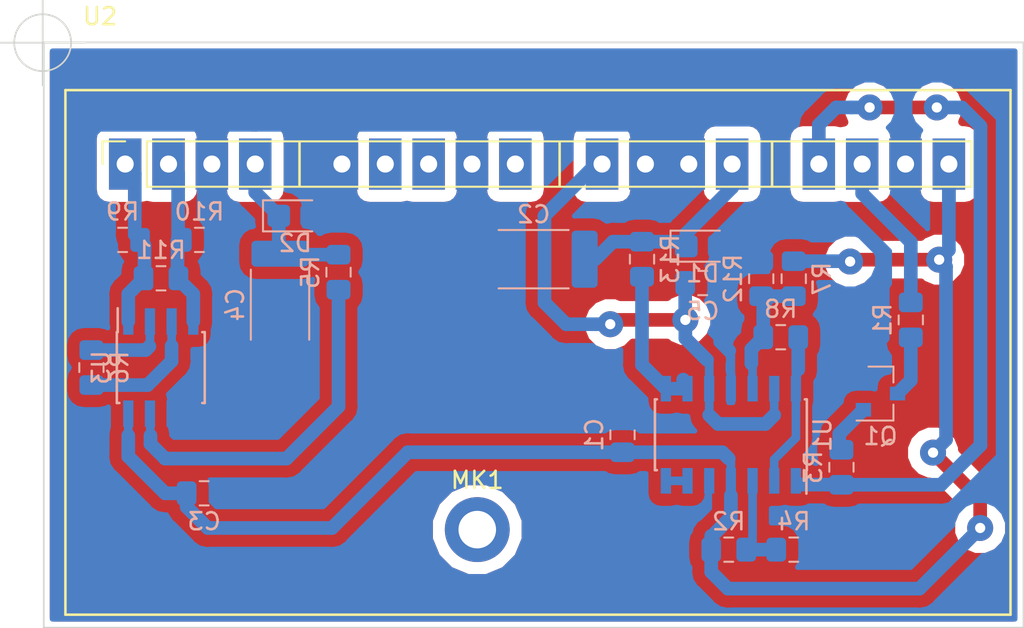
<source format=kicad_pcb>
(kicad_pcb (version 20171130) (host pcbnew "(5.0.0)")

  (general
    (thickness 1.6)
    (drawings 5)
    (tracks 235)
    (zones 0)
    (modules 25)
    (nets 23)
  )

  (page A4)
  (layers
    (0 F.Cu signal)
    (31 B.Cu signal)
    (32 B.Adhes user hide)
    (33 F.Adhes user)
    (34 B.Paste user hide)
    (35 F.Paste user hide)
    (36 B.SilkS user hide)
    (37 F.SilkS user)
    (38 B.Mask user hide)
    (39 F.Mask user)
    (40 Dwgs.User user hide)
    (41 Cmts.User user hide)
    (42 Eco1.User user hide)
    (43 Eco2.User user hide)
    (44 Edge.Cuts user)
    (45 Margin user hide)
    (46 B.CrtYd user)
    (47 F.CrtYd user hide)
    (48 B.Fab user hide)
    (49 F.Fab user hide)
  )

  (setup
    (last_trace_width 0.8)
    (user_trace_width 0.635)
    (user_trace_width 0.8)
    (trace_clearance 0.7)
    (zone_clearance 0.3048)
    (zone_45_only no)
    (trace_min 0.254)
    (segment_width 0.2)
    (edge_width 0.1)
    (via_size 1.524)
    (via_drill 0.6)
    (via_min_size 0.6)
    (via_min_drill 0.6)
    (user_via 1.524 0.6)
    (uvia_size 0.3)
    (uvia_drill 0.1)
    (uvias_allowed no)
    (uvia_min_size 0.2)
    (uvia_min_drill 0.1)
    (pcb_text_width 0.3)
    (pcb_text_size 1.5 1.5)
    (mod_edge_width 0.15)
    (mod_text_size 1 1)
    (mod_text_width 0.15)
    (pad_size 3 1.9)
    (pad_drill 1)
    (pad_to_mask_clearance 0)
    (aux_axis_origin 0 0)
    (grid_origin 23.368 11.938)
    (visible_elements 7FFFFFFF)
    (pcbplotparams
      (layerselection 0x01000_ffffffff)
      (usegerberextensions false)
      (usegerberattributes false)
      (usegerberadvancedattributes false)
      (creategerberjobfile true)
      (excludeedgelayer true)
      (linewidth 0.100000)
      (plotframeref false)
      (viasonmask false)
      (mode 1)
      (useauxorigin false)
      (hpglpennumber 1)
      (hpglpenspeed 20)
      (hpglpendiameter 15.000000)
      (psnegative false)
      (psa4output false)
      (plotreference true)
      (plotvalue true)
      (plotinvisibletext false)
      (padsonsilk false)
      (subtractmaskfromsilk false)
      (outputformat 1)
      (mirror false)
      (drillshape 0)
      (scaleselection 1)
      (outputdirectory "GERBERS/"))
  )

  (net 0 "")
  (net 1 "Net-(Q1-Pad3)")
  (net 2 GNDA)
  (net 3 "Net-(Q1-Pad1)")
  (net 4 +5VA)
  (net 5 "Net-(R6-Pad1)")
  (net 6 "Net-(R6-Pad2)")
  (net 7 "Net-(R5-Pad2)")
  (net 8 /Vpanel)
  (net 9 /PWM)
  (net 10 /BatOVInterrupt)
  (net 11 /Vbat_SIG_IN)
  (net 12 /Vpanel_Ref)
  (net 13 /Vpanel_SIG)
  (net 14 /Vbat)
  (net 15 /Ipanel)
  (net 16 /Ipanel_Ref)
  (net 17 /Ipanel_SIG)
  (net 18 "Net-(R8-Pad1)")
  (net 19 "Net-(R12-Pad2)")
  (net 20 "Net-(R2-Pad1)")
  (net 21 "Net-(U1-Pad6)")
  (net 22 "Net-(R13-Pad1)")

  (net_class Default "Esta é a classe de net default."
    (clearance 0.7)
    (trace_width 0.508)
    (via_dia 1.524)
    (via_drill 0.6)
    (uvia_dia 0.3)
    (uvia_drill 0.1)
    (diff_pair_gap 0.508)
    (diff_pair_width 0.3048)
    (add_net +5VA)
    (add_net /BatOVInterrupt)
    (add_net /Ipanel)
    (add_net /Ipanel_Ref)
    (add_net /Ipanel_SIG)
    (add_net /PWM)
    (add_net /Vbat)
    (add_net /Vbat_SIG_IN)
    (add_net /Vpanel)
    (add_net /Vpanel_Ref)
    (add_net /Vpanel_SIG)
    (add_net GNDA)
    (add_net "Net-(Q1-Pad1)")
    (add_net "Net-(Q1-Pad3)")
    (add_net "Net-(R12-Pad2)")
    (add_net "Net-(R13-Pad1)")
    (add_net "Net-(R2-Pad1)")
    (add_net "Net-(R5-Pad2)")
    (add_net "Net-(R6-Pad1)")
    (add_net "Net-(R6-Pad2)")
    (add_net "Net-(R8-Pad1)")
    (add_net "Net-(U1-Pad6)")
  )

  (module Capacitor_SMD:C_2512_6332Metric_Pad1.52x3.35mm_HandSolder (layer B.Cu) (tedit 5B301BBE) (tstamp 5B8D503F)
    (at 51.308 24.638 180)
    (descr "Capacitor SMD 2512 (6332 Metric), square (rectangular) end terminal, IPC_7351 nominal with elongated pad for handsoldering. (Body size source: http://www.tortai-tech.com/upload/download/2011102023233369053.pdf), generated with kicad-footprint-generator")
    (tags "capacitor handsolder")
    (path /5B8D95AF)
    (attr smd)
    (fp_text reference C2 (at 0 2.62 180) (layer B.SilkS)
      (effects (font (size 1 1) (thickness 0.15)) (justify mirror))
    )
    (fp_text value 10u (at 0 -2.62 180) (layer B.Fab)
      (effects (font (size 1 1) (thickness 0.15)) (justify mirror))
    )
    (fp_text user %R (at 0 0 180) (layer B.Fab)
      (effects (font (size 1 1) (thickness 0.15)) (justify mirror))
    )
    (fp_line (start 4 -1.92) (end -4 -1.92) (layer B.CrtYd) (width 0.05))
    (fp_line (start 4 1.92) (end 4 -1.92) (layer B.CrtYd) (width 0.05))
    (fp_line (start -4 1.92) (end 4 1.92) (layer B.CrtYd) (width 0.05))
    (fp_line (start -4 -1.92) (end -4 1.92) (layer B.CrtYd) (width 0.05))
    (fp_line (start -2.052064 -1.71) (end 2.052064 -1.71) (layer B.SilkS) (width 0.12))
    (fp_line (start -2.052064 1.71) (end 2.052064 1.71) (layer B.SilkS) (width 0.12))
    (fp_line (start 3.15 -1.6) (end -3.15 -1.6) (layer B.Fab) (width 0.1))
    (fp_line (start 3.15 1.6) (end 3.15 -1.6) (layer B.Fab) (width 0.1))
    (fp_line (start -3.15 1.6) (end 3.15 1.6) (layer B.Fab) (width 0.1))
    (fp_line (start -3.15 -1.6) (end -3.15 1.6) (layer B.Fab) (width 0.1))
    (pad 2 smd roundrect (at 2.9875 0 180) (size 1.525 3.35) (layers B.Cu B.Paste B.Mask) (roundrect_rratio 0.163934)
      (net 2 GNDA))
    (pad 1 smd roundrect (at -2.9875 0 180) (size 1.525 3.35) (layers B.Cu B.Paste B.Mask) (roundrect_rratio 0.163934)
      (net 14 /Vbat))
    (model ${KISYS3DMOD}/Capacitor_SMD.3dshapes/C_2512_6332Metric.wrl
      (at (xyz 0 0 0))
      (scale (xyz 1 1 1))
      (rotate (xyz 0 0 0))
    )
  )

  (module Capacitor_SMD:C_2512_6332Metric_Pad1.52x3.35mm_HandSolder (layer B.Cu) (tedit 5B301BBE) (tstamp 5B8D501F)
    (at 36.449 27.305 270)
    (descr "Capacitor SMD 2512 (6332 Metric), square (rectangular) end terminal, IPC_7351 nominal with elongated pad for handsoldering. (Body size source: http://www.tortai-tech.com/upload/download/2011102023233369053.pdf), generated with kicad-footprint-generator")
    (tags "capacitor handsolder")
    (path /5B29D496)
    (attr smd)
    (fp_text reference C4 (at 0 2.62 270) (layer B.SilkS)
      (effects (font (size 1 1) (thickness 0.15)) (justify mirror))
    )
    (fp_text value 10u (at 0 -2.62 270) (layer B.Fab)
      (effects (font (size 1 1) (thickness 0.15)) (justify mirror))
    )
    (fp_line (start -3.15 -1.6) (end -3.15 1.6) (layer B.Fab) (width 0.1))
    (fp_line (start -3.15 1.6) (end 3.15 1.6) (layer B.Fab) (width 0.1))
    (fp_line (start 3.15 1.6) (end 3.15 -1.6) (layer B.Fab) (width 0.1))
    (fp_line (start 3.15 -1.6) (end -3.15 -1.6) (layer B.Fab) (width 0.1))
    (fp_line (start -2.052064 1.71) (end 2.052064 1.71) (layer B.SilkS) (width 0.12))
    (fp_line (start -2.052064 -1.71) (end 2.052064 -1.71) (layer B.SilkS) (width 0.12))
    (fp_line (start -4 -1.92) (end -4 1.92) (layer B.CrtYd) (width 0.05))
    (fp_line (start -4 1.92) (end 4 1.92) (layer B.CrtYd) (width 0.05))
    (fp_line (start 4 1.92) (end 4 -1.92) (layer B.CrtYd) (width 0.05))
    (fp_line (start 4 -1.92) (end -4 -1.92) (layer B.CrtYd) (width 0.05))
    (fp_text user %R (at 0 0 270) (layer B.Fab)
      (effects (font (size 1 1) (thickness 0.15)) (justify mirror))
    )
    (pad 1 smd roundrect (at -2.9875 0 270) (size 1.525 3.35) (layers B.Cu B.Paste B.Mask) (roundrect_rratio 0.163934)
      (net 8 /Vpanel))
    (pad 2 smd roundrect (at 2.9875 0 270) (size 1.525 3.35) (layers B.Cu B.Paste B.Mask) (roundrect_rratio 0.163934)
      (net 2 GNDA))
    (model ${KISYS3DMOD}/Capacitor_SMD.3dshapes/C_2512_6332Metric.wrl
      (at (xyz 0 0 0))
      (scale (xyz 1 1 1))
      (rotate (xyz 0 0 0))
    )
  )

  (module Resistor_SMD:R_0805_2012Metric_Pad1.15x1.40mm_HandSolder (layer B.Cu) (tedit 5B36C52B) (tstamp 5B8D4DE4)
    (at 57.658 24.638 90)
    (descr "Resistor SMD 0805 (2012 Metric), square (rectangular) end terminal, IPC_7351 nominal with elongated pad for handsoldering. (Body size source: https://docs.google.com/spreadsheets/d/1BsfQQcO9C6DZCsRaXUlFlo91Tg2WpOkGARC1WS5S8t0/edit?usp=sharing), generated with kicad-footprint-generator")
    (tags "resistor handsolder")
    (path /5B8D2BE4)
    (attr smd)
    (fp_text reference R13 (at 0 1.65 90) (layer B.SilkS)
      (effects (font (size 1 1) (thickness 0.15)) (justify mirror))
    )
    (fp_text value 150 (at 0 -1.65 90) (layer B.Fab)
      (effects (font (size 1 1) (thickness 0.15)) (justify mirror))
    )
    (fp_line (start -1 -0.6) (end -1 0.6) (layer B.Fab) (width 0.1))
    (fp_line (start -1 0.6) (end 1 0.6) (layer B.Fab) (width 0.1))
    (fp_line (start 1 0.6) (end 1 -0.6) (layer B.Fab) (width 0.1))
    (fp_line (start 1 -0.6) (end -1 -0.6) (layer B.Fab) (width 0.1))
    (fp_line (start -0.261252 0.71) (end 0.261252 0.71) (layer B.SilkS) (width 0.12))
    (fp_line (start -0.261252 -0.71) (end 0.261252 -0.71) (layer B.SilkS) (width 0.12))
    (fp_line (start -1.85 -0.95) (end -1.85 0.95) (layer B.CrtYd) (width 0.05))
    (fp_line (start -1.85 0.95) (end 1.85 0.95) (layer B.CrtYd) (width 0.05))
    (fp_line (start 1.85 0.95) (end 1.85 -0.95) (layer B.CrtYd) (width 0.05))
    (fp_line (start 1.85 -0.95) (end -1.85 -0.95) (layer B.CrtYd) (width 0.05))
    (fp_text user %R (at 0 0 90) (layer B.Fab)
      (effects (font (size 0.5 0.5) (thickness 0.08)) (justify mirror))
    )
    (pad 1 smd roundrect (at -1.025 0 90) (size 1.15 1.4) (layers B.Cu B.Paste B.Mask) (roundrect_rratio 0.217391)
      (net 22 "Net-(R13-Pad1)"))
    (pad 2 smd roundrect (at 1.025 0 90) (size 1.15 1.4) (layers B.Cu B.Paste B.Mask) (roundrect_rratio 0.217391)
      (net 14 /Vbat))
    (model ${KISYS3DMOD}/Resistor_SMD.3dshapes/R_0805_2012Metric.wrl
      (at (xyz 0 0 0))
      (scale (xyz 1 1 1))
      (rotate (xyz 0 0 0))
    )
  )

  (module Bibliotecas:SignalsBarrapinosGrande (layer F.Cu) (tedit 5B8CB403) (tstamp 5B9F9549)
    (at 23.876 14.732)
    (descr "Through hole straight socket strip, 1x20, 2.54mm pitch, single row (from Kicad 4.0.7), script generated")
    (tags "Through hole socket strip THT 1x20 2.54mm single row")
    (path /5B077C35)
    (fp_text reference U2 (at 2.032 -4.318 180) (layer F.SilkS)
      (effects (font (size 1 1) (thickness 0.15)))
    )
    (fp_text value Signals_MCC (at 4.572 -2.54) (layer F.Fab)
      (effects (font (size 1 1) (thickness 0.15)))
    )
    (fp_line (start 0 0) (end 0 30.734) (layer F.SilkS) (width 0.15))
    (fp_line (start 55.372 0) (end 0 0) (layer F.SilkS) (width 0.15))
    (fp_line (start 55.372 0) (end 55.372 30.734) (layer F.SilkS) (width 0.15))
    (fp_line (start 55.372 30.734) (end 0 30.734) (layer F.SilkS) (width 0.15))
    (fp_text user %R (at 27.631005 4.332395 180) (layer F.Fab)
      (effects (font (size 1 1) (thickness 0.15)))
    )
    (fp_line (start 13.716 5.588) (end 13.716 3.048) (layer F.SilkS) (width 0.15))
    (fp_line (start 2.231005 5.602395) (end 2.231005 3.697395) (layer F.Fab) (width 0.1))
    (fp_line (start 2.231005 3.697395) (end 2.866005 3.062395) (layer F.Fab) (width 0.1))
    (fp_line (start 2.866005 3.062395) (end 53.031005 3.062395) (layer F.Fab) (width 0.1))
    (fp_line (start 53.031005 3.062395) (end 53.031005 5.602395) (layer F.Fab) (width 0.1))
    (fp_line (start 53.031005 5.602395) (end 2.231005 5.602395) (layer F.Fab) (width 0.1))
    (fp_line (start 4.771005 5.662395) (end 4.771005 3.002395) (layer F.SilkS) (width 0.12))
    (fp_line (start 4.771005 5.662395) (end 53.091005 5.662395) (layer F.SilkS) (width 0.12))
    (fp_line (start 53.091005 5.662395) (end 53.091005 3.002395) (layer F.SilkS) (width 0.12))
    (fp_line (start 4.771005 3.002395) (end 53.091005 3.002395) (layer F.SilkS) (width 0.12))
    (fp_line (start 2.171005 3.002395) (end 3.501005 3.002395) (layer F.SilkS) (width 0.12))
    (fp_line (start 2.171005 4.332395) (end 2.171005 3.002395) (layer F.SilkS) (width 0.12))
    (fp_line (start 1.701005 6.132395) (end 1.701005 2.582395) (layer F.CrtYd) (width 0.05))
    (fp_line (start 53.501005 2.582395) (end 53.501005 6.132395) (layer F.CrtYd) (width 0.05))
    (fp_line (start 1.701005 2.582395) (end 53.501005 2.582395) (layer F.CrtYd) (width 0.05))
    (fp_line (start 53.501005 6.132395) (end 1.701005 6.132395) (layer F.CrtYd) (width 0.05))
    (fp_line (start 41.402 5.588) (end 41.402 3.048) (layer F.SilkS) (width 0.15))
    (fp_line (start 28.956 5.588) (end 28.956 3.048) (layer F.SilkS) (width 0.15))
    (pad 14 thru_hole rect (at 44.141005 4.332395 90) (size 3 1.9) (drill 1) (layers *.Cu *.Mask)
      (net 10 /BatOVInterrupt))
    (pad 13 thru_hole rect (at 39.061005 4.332395 90) (size 3 1.9) (drill 1) (layers *.Cu *.Mask)
      (net 14 /Vbat))
    (pad 12 thru_hole rect (at 36.521005 4.332395 90) (size 3 1.9) (drill 1) (layers *.Cu *.Mask)
      (net 2 GNDA))
    (pad 11 thru_hole rect (at 33.981005 4.332395 90) (size 3 1.9) (drill 1) (layers *.Cu *.Mask)
      (net 2 GNDA) (clearance 0.01))
    (pad 10 thru_hole rect (at 31.441005 4.332395 90) (size 3 1.9) (drill 1) (layers *.Cu *.Mask)
      (net 11 /Vbat_SIG_IN))
    (pad 9 thru_hole rect (at 26.361005 4.332395 90) (size 3 1.9) (drill 1) (layers *.Cu *.Mask)
      (net 15 /Ipanel))
    (pad 8 thru_hole rect (at 23.821005 4.332395 90) (size 3 1.9) (drill 1) (layers *.Cu *.Mask)
      (net 2 GNDA))
    (pad 7 thru_hole rect (at 21.281005 4.332395 90) (size 3 1.9) (drill 1) (layers *.Cu *.Mask)
      (net 16 /Ipanel_Ref))
    (pad 6 thru_hole rect (at 18.741005 4.332395 90) (size 3 1.9) (drill 1) (layers *.Cu *.Mask)
      (net 17 /Ipanel_SIG))
    (pad 5 thru_hole rect (at 16.201005 4.332395 90) (size 3 1.9) (drill 1) (layers *.Cu *.Mask)
      (net 2 GNDA))
    (pad 4 thru_hole rect (at 11.121005 4.332395 90) (size 3 1.9) (drill 1) (layers *.Cu *.Mask)
      (net 8 /Vpanel))
    (pad 3 thru_hole rect (at 8.581005 4.332395 90) (size 3 1.9) (drill 1) (layers *.Cu *.Mask)
      (net 2 GNDA))
    (pad 2 thru_hole rect (at 6.041005 4.332395 90) (size 3 1.9) (drill 1) (layers *.Cu *.Mask)
      (net 13 /Vpanel_SIG))
    (pad 1 thru_hole rect (at 3.501005 4.332395 90) (size 3 1.9) (drill 1) (layers *.Cu *.Mask)
      (net 12 /Vpanel_Ref))
    (pad 15 thru_hole rect (at 46.681005 4.332395 90) (size 3 1.9) (drill 1) (layers *.Cu *.Mask)
      (net 9 /PWM))
    (pad 16 thru_hole rect (at 49.221005 4.332395 90) (size 3 1.9) (drill 1) (layers *.Cu *.Mask)
      (net 2 GNDA))
    (pad 17 thru_hole rect (at 51.761005 4.332395 90) (size 3 1.9) (drill 1) (layers *.Cu *.Mask)
      (net 4 +5VA))
    (model ${KISYS3DMOD}/Connector_PinHeader_2.54mm.3dshapes/PinHeader_1x20_P2.54mm_Horizontal.wrl
      (offset (xyz 3.5 -4.5 0))
      (scale (xyz 1 1 1))
      (rotate (xyz 0 0 -90))
    )
  )

  (module Resistor_SMD:R_0805_2012Metric_Pad1.15x1.40mm_HandSolder (layer B.Cu) (tedit 5B36C52B) (tstamp 5B9F944C)
    (at 73.406 28.194 270)
    (descr "Resistor SMD 0805 (2012 Metric), square (rectangular) end terminal, IPC_7351 nominal with elongated pad for handsoldering. (Body size source: https://docs.google.com/spreadsheets/d/1BsfQQcO9C6DZCsRaXUlFlo91Tg2WpOkGARC1WS5S8t0/edit?usp=sharing), generated with kicad-footprint-generator")
    (tags "resistor handsolder")
    (path /5BA51E29)
    (attr smd)
    (fp_text reference R1 (at 0 1.65 270) (layer B.SilkS)
      (effects (font (size 1 1) (thickness 0.15)) (justify mirror))
    )
    (fp_text value 100 (at 0 -1.65 270) (layer B.Fab)
      (effects (font (size 1 1) (thickness 0.15)) (justify mirror))
    )
    (fp_line (start -1 -0.6) (end -1 0.6) (layer B.Fab) (width 0.1))
    (fp_line (start -1 0.6) (end 1 0.6) (layer B.Fab) (width 0.1))
    (fp_line (start 1 0.6) (end 1 -0.6) (layer B.Fab) (width 0.1))
    (fp_line (start 1 -0.6) (end -1 -0.6) (layer B.Fab) (width 0.1))
    (fp_line (start -0.261252 0.71) (end 0.261252 0.71) (layer B.SilkS) (width 0.12))
    (fp_line (start -0.261252 -0.71) (end 0.261252 -0.71) (layer B.SilkS) (width 0.12))
    (fp_line (start -1.85 -0.95) (end -1.85 0.95) (layer B.CrtYd) (width 0.05))
    (fp_line (start -1.85 0.95) (end 1.85 0.95) (layer B.CrtYd) (width 0.05))
    (fp_line (start 1.85 0.95) (end 1.85 -0.95) (layer B.CrtYd) (width 0.05))
    (fp_line (start 1.85 -0.95) (end -1.85 -0.95) (layer B.CrtYd) (width 0.05))
    (fp_text user %R (at 0 0 270) (layer B.Fab)
      (effects (font (size 0.5 0.5) (thickness 0.08)) (justify mirror))
    )
    (pad 1 smd roundrect (at -1.025 0 270) (size 1.15 1.4) (layers B.Cu B.Paste B.Mask) (roundrect_rratio 0.217391)
      (net 9 /PWM))
    (pad 2 smd roundrect (at 1.025 0 270) (size 1.15 1.4) (layers B.Cu B.Paste B.Mask) (roundrect_rratio 0.217391)
      (net 1 "Net-(Q1-Pad3)"))
    (model ${KISYS3DMOD}/Resistor_SMD.3dshapes/R_0805_2012Metric.wrl
      (at (xyz 0 0 0))
      (scale (xyz 1 1 1))
      (rotate (xyz 0 0 0))
    )
  )

  (module Capacitor_SMD:C_0805_2012Metric_Pad1.15x1.40mm_HandSolder (layer B.Cu) (tedit 5B36C52B) (tstamp 5B9F95A5)
    (at 56.515 34.925 270)
    (descr "Capacitor SMD 0805 (2012 Metric), square (rectangular) end terminal, IPC_7351 nominal with elongated pad for handsoldering. (Body size source: https://docs.google.com/spreadsheets/d/1BsfQQcO9C6DZCsRaXUlFlo91Tg2WpOkGARC1WS5S8t0/edit?usp=sharing), generated with kicad-footprint-generator")
    (tags "capacitor handsolder")
    (path /5BB4CA1F)
    (attr smd)
    (fp_text reference C1 (at 0 1.65 270) (layer B.SilkS)
      (effects (font (size 1 1) (thickness 0.15)) (justify mirror))
    )
    (fp_text value 100n (at 0 -1.65 270) (layer B.Fab)
      (effects (font (size 1 1) (thickness 0.15)) (justify mirror))
    )
    (fp_text user %R (at 0 0 270) (layer B.Fab)
      (effects (font (size 0.5 0.5) (thickness 0.08)) (justify mirror))
    )
    (fp_line (start 1.85 -0.95) (end -1.85 -0.95) (layer B.CrtYd) (width 0.05))
    (fp_line (start 1.85 0.95) (end 1.85 -0.95) (layer B.CrtYd) (width 0.05))
    (fp_line (start -1.85 0.95) (end 1.85 0.95) (layer B.CrtYd) (width 0.05))
    (fp_line (start -1.85 -0.95) (end -1.85 0.95) (layer B.CrtYd) (width 0.05))
    (fp_line (start -0.261252 -0.71) (end 0.261252 -0.71) (layer B.SilkS) (width 0.12))
    (fp_line (start -0.261252 0.71) (end 0.261252 0.71) (layer B.SilkS) (width 0.12))
    (fp_line (start 1 -0.6) (end -1 -0.6) (layer B.Fab) (width 0.1))
    (fp_line (start 1 0.6) (end 1 -0.6) (layer B.Fab) (width 0.1))
    (fp_line (start -1 0.6) (end 1 0.6) (layer B.Fab) (width 0.1))
    (fp_line (start -1 -0.6) (end -1 0.6) (layer B.Fab) (width 0.1))
    (pad 2 smd roundrect (at 1.025 0 270) (size 1.15 1.4) (layers B.Cu B.Paste B.Mask) (roundrect_rratio 0.217391)
      (net 4 +5VA))
    (pad 1 smd roundrect (at -1.025 0 270) (size 1.15 1.4) (layers B.Cu B.Paste B.Mask) (roundrect_rratio 0.217391)
      (net 2 GNDA))
    (model ${KISYS3DMOD}/Capacitor_SMD.3dshapes/C_0805_2012Metric.wrl
      (at (xyz 0 0 0))
      (scale (xyz 1 1 1))
      (rotate (xyz 0 0 0))
    )
  )

  (module Resistor_SMD:R_0805_2012Metric_Pad1.15x1.40mm_HandSolder (layer B.Cu) (tedit 5B36C52B) (tstamp 5B9F94BC)
    (at 66.548 25.781 90)
    (descr "Resistor SMD 0805 (2012 Metric), square (rectangular) end terminal, IPC_7351 nominal with elongated pad for handsoldering. (Body size source: https://docs.google.com/spreadsheets/d/1BsfQQcO9C6DZCsRaXUlFlo91Tg2WpOkGARC1WS5S8t0/edit?usp=sharing), generated with kicad-footprint-generator")
    (tags "resistor handsolder")
    (path /5B9C1C69)
    (attr smd)
    (fp_text reference R7 (at 0 1.65 90) (layer B.SilkS)
      (effects (font (size 1 1) (thickness 0.15)) (justify mirror))
    )
    (fp_text value 10k (at 0 -1.65 90) (layer B.Fab)
      (effects (font (size 1 1) (thickness 0.15)) (justify mirror))
    )
    (fp_line (start -1 -0.6) (end -1 0.6) (layer B.Fab) (width 0.1))
    (fp_line (start -1 0.6) (end 1 0.6) (layer B.Fab) (width 0.1))
    (fp_line (start 1 0.6) (end 1 -0.6) (layer B.Fab) (width 0.1))
    (fp_line (start 1 -0.6) (end -1 -0.6) (layer B.Fab) (width 0.1))
    (fp_line (start -0.261252 0.71) (end 0.261252 0.71) (layer B.SilkS) (width 0.12))
    (fp_line (start -0.261252 -0.71) (end 0.261252 -0.71) (layer B.SilkS) (width 0.12))
    (fp_line (start -1.85 -0.95) (end -1.85 0.95) (layer B.CrtYd) (width 0.05))
    (fp_line (start -1.85 0.95) (end 1.85 0.95) (layer B.CrtYd) (width 0.05))
    (fp_line (start 1.85 0.95) (end 1.85 -0.95) (layer B.CrtYd) (width 0.05))
    (fp_line (start 1.85 -0.95) (end -1.85 -0.95) (layer B.CrtYd) (width 0.05))
    (fp_text user %R (at 0 0 90) (layer B.Fab)
      (effects (font (size 0.5 0.5) (thickness 0.08)) (justify mirror))
    )
    (pad 1 smd roundrect (at -1.025 0 90) (size 1.15 1.4) (layers B.Cu B.Paste B.Mask) (roundrect_rratio 0.217391)
      (net 19 "Net-(R12-Pad2)"))
    (pad 2 smd roundrect (at 1.025 0 90) (size 1.15 1.4) (layers B.Cu B.Paste B.Mask) (roundrect_rratio 0.217391)
      (net 4 +5VA))
    (model ${KISYS3DMOD}/Resistor_SMD.3dshapes/R_0805_2012Metric.wrl
      (at (xyz 0 0 0))
      (scale (xyz 1 1 1))
      (rotate (xyz 0 0 0))
    )
  )

  (module Resistor_SMD:R_0805_2012Metric_Pad1.15x1.40mm_HandSolder (layer B.Cu) (tedit 5B36C52B) (tstamp 5B9F942B)
    (at 64.643 25.781 270)
    (descr "Resistor SMD 0805 (2012 Metric), square (rectangular) end terminal, IPC_7351 nominal with elongated pad for handsoldering. (Body size source: https://docs.google.com/spreadsheets/d/1BsfQQcO9C6DZCsRaXUlFlo91Tg2WpOkGARC1WS5S8t0/edit?usp=sharing), generated with kicad-footprint-generator")
    (tags "resistor handsolder")
    (path /5B9C1D43)
    (attr smd)
    (fp_text reference R12 (at 0 1.65 270) (layer B.SilkS)
      (effects (font (size 1 1) (thickness 0.15)) (justify mirror))
    )
    (fp_text value 75k (at 0 -1.65 270) (layer B.Fab)
      (effects (font (size 1 1) (thickness 0.15)) (justify mirror))
    )
    (fp_text user %R (at 0 0 270) (layer B.Fab)
      (effects (font (size 0.5 0.5) (thickness 0.08)) (justify mirror))
    )
    (fp_line (start 1.85 -0.95) (end -1.85 -0.95) (layer B.CrtYd) (width 0.05))
    (fp_line (start 1.85 0.95) (end 1.85 -0.95) (layer B.CrtYd) (width 0.05))
    (fp_line (start -1.85 0.95) (end 1.85 0.95) (layer B.CrtYd) (width 0.05))
    (fp_line (start -1.85 -0.95) (end -1.85 0.95) (layer B.CrtYd) (width 0.05))
    (fp_line (start -0.261252 -0.71) (end 0.261252 -0.71) (layer B.SilkS) (width 0.12))
    (fp_line (start -0.261252 0.71) (end 0.261252 0.71) (layer B.SilkS) (width 0.12))
    (fp_line (start 1 -0.6) (end -1 -0.6) (layer B.Fab) (width 0.1))
    (fp_line (start 1 0.6) (end 1 -0.6) (layer B.Fab) (width 0.1))
    (fp_line (start -1 0.6) (end 1 0.6) (layer B.Fab) (width 0.1))
    (fp_line (start -1 -0.6) (end -1 0.6) (layer B.Fab) (width 0.1))
    (pad 2 smd roundrect (at 1.025 0 270) (size 1.15 1.4) (layers B.Cu B.Paste B.Mask) (roundrect_rratio 0.217391)
      (net 19 "Net-(R12-Pad2)"))
    (pad 1 smd roundrect (at -1.025 0 270) (size 1.15 1.4) (layers B.Cu B.Paste B.Mask) (roundrect_rratio 0.217391)
      (net 2 GNDA))
    (model ${KISYS3DMOD}/Resistor_SMD.3dshapes/R_0805_2012Metric.wrl
      (at (xyz 0 0 0))
      (scale (xyz 1 1 1))
      (rotate (xyz 0 0 0))
    )
  )

  (module Resistor_SMD:R_0805_2012Metric_Pad1.15x1.40mm_HandSolder (layer B.Cu) (tedit 5B36C52B) (tstamp 5B9F941A)
    (at 65.786 29.21 180)
    (descr "Resistor SMD 0805 (2012 Metric), square (rectangular) end terminal, IPC_7351 nominal with elongated pad for handsoldering. (Body size source: https://docs.google.com/spreadsheets/d/1BsfQQcO9C6DZCsRaXUlFlo91Tg2WpOkGARC1WS5S8t0/edit?usp=sharing), generated with kicad-footprint-generator")
    (tags "resistor handsolder")
    (path /5B9C1B3C)
    (attr smd)
    (fp_text reference R8 (at 0 1.65 180) (layer B.SilkS)
      (effects (font (size 1 1) (thickness 0.15)) (justify mirror))
    )
    (fp_text value 12k (at 0 -1.65 180) (layer B.Fab)
      (effects (font (size 1 1) (thickness 0.15)) (justify mirror))
    )
    (fp_line (start -1 -0.6) (end -1 0.6) (layer B.Fab) (width 0.1))
    (fp_line (start -1 0.6) (end 1 0.6) (layer B.Fab) (width 0.1))
    (fp_line (start 1 0.6) (end 1 -0.6) (layer B.Fab) (width 0.1))
    (fp_line (start 1 -0.6) (end -1 -0.6) (layer B.Fab) (width 0.1))
    (fp_line (start -0.261252 0.71) (end 0.261252 0.71) (layer B.SilkS) (width 0.12))
    (fp_line (start -0.261252 -0.71) (end 0.261252 -0.71) (layer B.SilkS) (width 0.12))
    (fp_line (start -1.85 -0.95) (end -1.85 0.95) (layer B.CrtYd) (width 0.05))
    (fp_line (start -1.85 0.95) (end 1.85 0.95) (layer B.CrtYd) (width 0.05))
    (fp_line (start 1.85 0.95) (end 1.85 -0.95) (layer B.CrtYd) (width 0.05))
    (fp_line (start 1.85 -0.95) (end -1.85 -0.95) (layer B.CrtYd) (width 0.05))
    (fp_text user %R (at 0 0 180) (layer B.Fab)
      (effects (font (size 0.5 0.5) (thickness 0.08)) (justify mirror))
    )
    (pad 1 smd roundrect (at -1.025 0 180) (size 1.15 1.4) (layers B.Cu B.Paste B.Mask) (roundrect_rratio 0.217391)
      (net 18 "Net-(R8-Pad1)"))
    (pad 2 smd roundrect (at 1.025 0 180) (size 1.15 1.4) (layers B.Cu B.Paste B.Mask) (roundrect_rratio 0.217391)
      (net 19 "Net-(R12-Pad2)"))
    (model ${KISYS3DMOD}/Resistor_SMD.3dshapes/R_0805_2012Metric.wrl
      (at (xyz 0 0 0))
      (scale (xyz 1 1 1))
      (rotate (xyz 0 0 0))
    )
  )

  (module Diode_SMD:D_0805_2012Metric_Castellated (layer B.Cu) (tedit 5B36C52B) (tstamp 5B8C9915)
    (at 61.214 23.876)
    (descr "Diode SMD 0805 (2012 Metric), castellated end terminal, IPC_7351 nominal, (Body size source: https://docs.google.com/spreadsheets/d/1BsfQQcO9C6DZCsRaXUlFlo91Tg2WpOkGARC1WS5S8t0/edit?usp=sharing), generated with kicad-footprint-generator")
    (tags "diode castellated")
    (path /5B8DB775)
    (attr smd)
    (fp_text reference D1 (at 0 1.6) (layer B.SilkS)
      (effects (font (size 1 1) (thickness 0.15)) (justify mirror))
    )
    (fp_text value D_TVS (at 0 -1.6) (layer B.Fab)
      (effects (font (size 1 1) (thickness 0.15)) (justify mirror))
    )
    (fp_text user %R (at 0 0) (layer B.Fab)
      (effects (font (size 0.5 0.5) (thickness 0.08)) (justify mirror))
    )
    (fp_line (start 1.88 -0.9) (end -1.88 -0.9) (layer B.CrtYd) (width 0.05))
    (fp_line (start 1.88 0.9) (end 1.88 -0.9) (layer B.CrtYd) (width 0.05))
    (fp_line (start -1.88 0.9) (end 1.88 0.9) (layer B.CrtYd) (width 0.05))
    (fp_line (start -1.88 -0.9) (end -1.88 0.9) (layer B.CrtYd) (width 0.05))
    (fp_line (start -1.885 -0.91) (end 1 -0.91) (layer B.SilkS) (width 0.12))
    (fp_line (start -1.885 0.91) (end -1.885 -0.91) (layer B.SilkS) (width 0.12))
    (fp_line (start 1 0.91) (end -1.885 0.91) (layer B.SilkS) (width 0.12))
    (fp_line (start 1 -0.6) (end 1 0.6) (layer B.Fab) (width 0.1))
    (fp_line (start -1 -0.6) (end 1 -0.6) (layer B.Fab) (width 0.1))
    (fp_line (start -1 0.3) (end -1 -0.6) (layer B.Fab) (width 0.1))
    (fp_line (start -0.7 0.6) (end -1 0.3) (layer B.Fab) (width 0.1))
    (fp_line (start 1 0.6) (end -0.7 0.6) (layer B.Fab) (width 0.1))
    (pad 2 smd roundrect (at 0.9625 0) (size 1.325 1.3) (layers B.Cu B.Paste B.Mask) (roundrect_rratio 0.192308)
      (net 2 GNDA))
    (pad 1 smd roundrect (at -0.9625 0) (size 1.325 1.3) (layers B.Cu B.Paste B.Mask) (roundrect_rratio 0.192308)
      (net 14 /Vbat))
    (model ${KISYS3DMOD}/Diode_SMD.3dshapes/D_0805_2012Metric_Castellated.wrl
      (at (xyz 0 0 0))
      (scale (xyz 1 1 1))
      (rotate (xyz 0 0 0))
    )
  )

  (module Diode_SMD:D_0805_2012Metric_Castellated (layer B.Cu) (tedit 5B36C52B) (tstamp 5B8C9902)
    (at 37.338 22.098)
    (descr "Diode SMD 0805 (2012 Metric), castellated end terminal, IPC_7351 nominal, (Body size source: https://docs.google.com/spreadsheets/d/1BsfQQcO9C6DZCsRaXUlFlo91Tg2WpOkGARC1WS5S8t0/edit?usp=sharing), generated with kicad-footprint-generator")
    (tags "diode castellated")
    (path /5B8CBC24)
    (attr smd)
    (fp_text reference D2 (at 0 1.6) (layer B.SilkS)
      (effects (font (size 1 1) (thickness 0.15)) (justify mirror))
    )
    (fp_text value D_TVS (at 0 -1.6) (layer B.Fab)
      (effects (font (size 1 1) (thickness 0.15)) (justify mirror))
    )
    (fp_line (start 1 0.6) (end -0.7 0.6) (layer B.Fab) (width 0.1))
    (fp_line (start -0.7 0.6) (end -1 0.3) (layer B.Fab) (width 0.1))
    (fp_line (start -1 0.3) (end -1 -0.6) (layer B.Fab) (width 0.1))
    (fp_line (start -1 -0.6) (end 1 -0.6) (layer B.Fab) (width 0.1))
    (fp_line (start 1 -0.6) (end 1 0.6) (layer B.Fab) (width 0.1))
    (fp_line (start 1 0.91) (end -1.885 0.91) (layer B.SilkS) (width 0.12))
    (fp_line (start -1.885 0.91) (end -1.885 -0.91) (layer B.SilkS) (width 0.12))
    (fp_line (start -1.885 -0.91) (end 1 -0.91) (layer B.SilkS) (width 0.12))
    (fp_line (start -1.88 -0.9) (end -1.88 0.9) (layer B.CrtYd) (width 0.05))
    (fp_line (start -1.88 0.9) (end 1.88 0.9) (layer B.CrtYd) (width 0.05))
    (fp_line (start 1.88 0.9) (end 1.88 -0.9) (layer B.CrtYd) (width 0.05))
    (fp_line (start 1.88 -0.9) (end -1.88 -0.9) (layer B.CrtYd) (width 0.05))
    (fp_text user %R (at 0 0) (layer B.Fab)
      (effects (font (size 0.5 0.5) (thickness 0.08)) (justify mirror))
    )
    (pad 1 smd roundrect (at -0.9625 0) (size 1.325 1.3) (layers B.Cu B.Paste B.Mask) (roundrect_rratio 0.192308)
      (net 8 /Vpanel))
    (pad 2 smd roundrect (at 0.9625 0) (size 1.325 1.3) (layers B.Cu B.Paste B.Mask) (roundrect_rratio 0.192308)
      (net 2 GNDA))
    (model ${KISYS3DMOD}/Diode_SMD.3dshapes/D_0805_2012Metric_Castellated.wrl
      (at (xyz 0 0 0))
      (scale (xyz 1 1 1))
      (rotate (xyz 0 0 0))
    )
  )

  (module Resistor_SMD:R_0805_2012Metric_Pad1.15x1.40mm_HandSolder (layer B.Cu) (tedit 5B36C52B) (tstamp 5B9F945C)
    (at 62.738 41.656 180)
    (descr "Resistor SMD 0805 (2012 Metric), square (rectangular) end terminal, IPC_7351 nominal with elongated pad for handsoldering. (Body size source: https://docs.google.com/spreadsheets/d/1BsfQQcO9C6DZCsRaXUlFlo91Tg2WpOkGARC1WS5S8t0/edit?usp=sharing), generated with kicad-footprint-generator")
    (tags "resistor handsolder")
    (path /5B8FCEB6)
    (attr smd)
    (fp_text reference R2 (at 0 1.65 180) (layer B.SilkS)
      (effects (font (size 1 1) (thickness 0.15)) (justify mirror))
    )
    (fp_text value 100k (at 0 -1.65 180) (layer B.Fab)
      (effects (font (size 1 1) (thickness 0.15)) (justify mirror))
    )
    (fp_text user %R (at 0 0 180) (layer B.Fab)
      (effects (font (size 0.5 0.5) (thickness 0.08)) (justify mirror))
    )
    (fp_line (start 1.85 -0.95) (end -1.85 -0.95) (layer B.CrtYd) (width 0.05))
    (fp_line (start 1.85 0.95) (end 1.85 -0.95) (layer B.CrtYd) (width 0.05))
    (fp_line (start -1.85 0.95) (end 1.85 0.95) (layer B.CrtYd) (width 0.05))
    (fp_line (start -1.85 -0.95) (end -1.85 0.95) (layer B.CrtYd) (width 0.05))
    (fp_line (start -0.261252 -0.71) (end 0.261252 -0.71) (layer B.SilkS) (width 0.12))
    (fp_line (start -0.261252 0.71) (end 0.261252 0.71) (layer B.SilkS) (width 0.12))
    (fp_line (start 1 -0.6) (end -1 -0.6) (layer B.Fab) (width 0.1))
    (fp_line (start 1 0.6) (end 1 -0.6) (layer B.Fab) (width 0.1))
    (fp_line (start -1 0.6) (end 1 0.6) (layer B.Fab) (width 0.1))
    (fp_line (start -1 -0.6) (end -1 0.6) (layer B.Fab) (width 0.1))
    (pad 2 smd roundrect (at 1.025 0 180) (size 1.15 1.4) (layers B.Cu B.Paste B.Mask) (roundrect_rratio 0.217391)
      (net 4 +5VA))
    (pad 1 smd roundrect (at -1.025 0 180) (size 1.15 1.4) (layers B.Cu B.Paste B.Mask) (roundrect_rratio 0.217391)
      (net 20 "Net-(R2-Pad1)"))
    (model ${KISYS3DMOD}/Resistor_SMD.3dshapes/R_0805_2012Metric.wrl
      (at (xyz 0 0 0))
      (scale (xyz 1 1 1))
      (rotate (xyz 0 0 0))
    )
  )

  (module Capacitor_SMD:C_0805_2012Metric_Pad1.15x1.40mm_HandSolder (layer B.Cu) (tedit 5B36C52B) (tstamp 5B9F9595)
    (at 32.004 38.354)
    (descr "Capacitor SMD 0805 (2012 Metric), square (rectangular) end terminal, IPC_7351 nominal with elongated pad for handsoldering. (Body size source: https://docs.google.com/spreadsheets/d/1BsfQQcO9C6DZCsRaXUlFlo91Tg2WpOkGARC1WS5S8t0/edit?usp=sharing), generated with kicad-footprint-generator")
    (tags "capacitor handsolder")
    (path /5B2B9B84)
    (attr smd)
    (fp_text reference C3 (at 0 1.65) (layer B.SilkS)
      (effects (font (size 1 1) (thickness 0.15)) (justify mirror))
    )
    (fp_text value 100nF (at 0 -1.65) (layer B.Fab)
      (effects (font (size 1 1) (thickness 0.15)) (justify mirror))
    )
    (fp_line (start -1 -0.6) (end -1 0.6) (layer B.Fab) (width 0.1))
    (fp_line (start -1 0.6) (end 1 0.6) (layer B.Fab) (width 0.1))
    (fp_line (start 1 0.6) (end 1 -0.6) (layer B.Fab) (width 0.1))
    (fp_line (start 1 -0.6) (end -1 -0.6) (layer B.Fab) (width 0.1))
    (fp_line (start -0.261252 0.71) (end 0.261252 0.71) (layer B.SilkS) (width 0.12))
    (fp_line (start -0.261252 -0.71) (end 0.261252 -0.71) (layer B.SilkS) (width 0.12))
    (fp_line (start -1.85 -0.95) (end -1.85 0.95) (layer B.CrtYd) (width 0.05))
    (fp_line (start -1.85 0.95) (end 1.85 0.95) (layer B.CrtYd) (width 0.05))
    (fp_line (start 1.85 0.95) (end 1.85 -0.95) (layer B.CrtYd) (width 0.05))
    (fp_line (start 1.85 -0.95) (end -1.85 -0.95) (layer B.CrtYd) (width 0.05))
    (fp_text user %R (at 0 0) (layer B.Fab)
      (effects (font (size 0.5 0.5) (thickness 0.08)) (justify mirror))
    )
    (pad 1 smd roundrect (at -1.025 0) (size 1.15 1.4) (layers B.Cu B.Paste B.Mask) (roundrect_rratio 0.217391)
      (net 4 +5VA))
    (pad 2 smd roundrect (at 1.025 0) (size 1.15 1.4) (layers B.Cu B.Paste B.Mask) (roundrect_rratio 0.217391)
      (net 2 GNDA))
    (model ${KISYS3DMOD}/Capacitor_SMD.3dshapes/C_0805_2012Metric.wrl
      (at (xyz 0 0 0))
      (scale (xyz 1 1 1))
      (rotate (xyz 0 0 0))
    )
  )

  (module Resistor_SMD:R_0805_2012Metric_Pad1.15x1.40mm_HandSolder (layer B.Cu) (tedit 5B36C52B) (tstamp 5B9F948C)
    (at 39.878 25.4 270)
    (descr "Resistor SMD 0805 (2012 Metric), square (rectangular) end terminal, IPC_7351 nominal with elongated pad for handsoldering. (Body size source: https://docs.google.com/spreadsheets/d/1BsfQQcO9C6DZCsRaXUlFlo91Tg2WpOkGARC1WS5S8t0/edit?usp=sharing), generated with kicad-footprint-generator")
    (tags "resistor handsolder")
    (path /5B29D28D)
    (attr smd)
    (fp_text reference R5 (at 0 1.65 270) (layer B.SilkS)
      (effects (font (size 1 1) (thickness 0.15)) (justify mirror))
    )
    (fp_text value 150 (at 0 -1.65 270) (layer B.Fab)
      (effects (font (size 1 1) (thickness 0.15)) (justify mirror))
    )
    (fp_line (start -1 -0.6) (end -1 0.6) (layer B.Fab) (width 0.1))
    (fp_line (start -1 0.6) (end 1 0.6) (layer B.Fab) (width 0.1))
    (fp_line (start 1 0.6) (end 1 -0.6) (layer B.Fab) (width 0.1))
    (fp_line (start 1 -0.6) (end -1 -0.6) (layer B.Fab) (width 0.1))
    (fp_line (start -0.261252 0.71) (end 0.261252 0.71) (layer B.SilkS) (width 0.12))
    (fp_line (start -0.261252 -0.71) (end 0.261252 -0.71) (layer B.SilkS) (width 0.12))
    (fp_line (start -1.85 -0.95) (end -1.85 0.95) (layer B.CrtYd) (width 0.05))
    (fp_line (start -1.85 0.95) (end 1.85 0.95) (layer B.CrtYd) (width 0.05))
    (fp_line (start 1.85 0.95) (end 1.85 -0.95) (layer B.CrtYd) (width 0.05))
    (fp_line (start 1.85 -0.95) (end -1.85 -0.95) (layer B.CrtYd) (width 0.05))
    (fp_text user %R (at 0 0 270) (layer B.Fab)
      (effects (font (size 0.5 0.5) (thickness 0.08)) (justify mirror))
    )
    (pad 1 smd roundrect (at -1.025 0 270) (size 1.15 1.4) (layers B.Cu B.Paste B.Mask) (roundrect_rratio 0.217391)
      (net 8 /Vpanel))
    (pad 2 smd roundrect (at 1.025 0 270) (size 1.15 1.4) (layers B.Cu B.Paste B.Mask) (roundrect_rratio 0.217391)
      (net 7 "Net-(R5-Pad2)"))
    (model ${KISYS3DMOD}/Resistor_SMD.3dshapes/R_0805_2012Metric.wrl
      (at (xyz 0 0 0))
      (scale (xyz 1 1 1))
      (rotate (xyz 0 0 0))
    )
  )

  (module Resistor_SMD:R_0805_2012Metric_Pad1.15x1.40mm_HandSolder (layer B.Cu) (tedit 5B36C52B) (tstamp 5B9F949C)
    (at 25.4 30.988 90)
    (descr "Resistor SMD 0805 (2012 Metric), square (rectangular) end terminal, IPC_7351 nominal with elongated pad for handsoldering. (Body size source: https://docs.google.com/spreadsheets/d/1BsfQQcO9C6DZCsRaXUlFlo91Tg2WpOkGARC1WS5S8t0/edit?usp=sharing), generated with kicad-footprint-generator")
    (tags "resistor handsolder")
    (path /5B292B35)
    (attr smd)
    (fp_text reference R6 (at 0 1.65 90) (layer B.SilkS)
      (effects (font (size 1 1) (thickness 0.15)) (justify mirror))
    )
    (fp_text value 15k (at 0 -1.65 90) (layer B.Fab)
      (effects (font (size 1 1) (thickness 0.15)) (justify mirror))
    )
    (fp_text user %R (at 0 0 90) (layer B.Fab)
      (effects (font (size 0.5 0.5) (thickness 0.08)) (justify mirror))
    )
    (fp_line (start 1.85 -0.95) (end -1.85 -0.95) (layer B.CrtYd) (width 0.05))
    (fp_line (start 1.85 0.95) (end 1.85 -0.95) (layer B.CrtYd) (width 0.05))
    (fp_line (start -1.85 0.95) (end 1.85 0.95) (layer B.CrtYd) (width 0.05))
    (fp_line (start -1.85 -0.95) (end -1.85 0.95) (layer B.CrtYd) (width 0.05))
    (fp_line (start -0.261252 -0.71) (end 0.261252 -0.71) (layer B.SilkS) (width 0.12))
    (fp_line (start -0.261252 0.71) (end 0.261252 0.71) (layer B.SilkS) (width 0.12))
    (fp_line (start 1 -0.6) (end -1 -0.6) (layer B.Fab) (width 0.1))
    (fp_line (start 1 0.6) (end 1 -0.6) (layer B.Fab) (width 0.1))
    (fp_line (start -1 0.6) (end 1 0.6) (layer B.Fab) (width 0.1))
    (fp_line (start -1 -0.6) (end -1 0.6) (layer B.Fab) (width 0.1))
    (pad 2 smd roundrect (at 1.025 0 90) (size 1.15 1.4) (layers B.Cu B.Paste B.Mask) (roundrect_rratio 0.217391)
      (net 6 "Net-(R6-Pad2)"))
    (pad 1 smd roundrect (at -1.025 0 90) (size 1.15 1.4) (layers B.Cu B.Paste B.Mask) (roundrect_rratio 0.217391)
      (net 5 "Net-(R6-Pad1)"))
    (model ${KISYS3DMOD}/Resistor_SMD.3dshapes/R_0805_2012Metric.wrl
      (at (xyz 0 0 0))
      (scale (xyz 1 1 1))
      (rotate (xyz 0 0 0))
    )
  )

  (module Resistor_SMD:R_0805_2012Metric_Pad1.15x1.40mm_HandSolder (layer B.Cu) (tedit 5B36C52B) (tstamp 5B9F94BD)
    (at 29.476 25.758 180)
    (descr "Resistor SMD 0805 (2012 Metric), square (rectangular) end terminal, IPC_7351 nominal with elongated pad for handsoldering. (Body size source: https://docs.google.com/spreadsheets/d/1BsfQQcO9C6DZCsRaXUlFlo91Tg2WpOkGARC1WS5S8t0/edit?usp=sharing), generated with kicad-footprint-generator")
    (tags "resistor handsolder")
    (path /5B14056E)
    (attr smd)
    (fp_text reference R11 (at 0 1.65 180) (layer B.SilkS)
      (effects (font (size 1 1) (thickness 0.15)) (justify mirror))
    )
    (fp_text value 8.2k (at 0 -1.65 180) (layer B.Fab)
      (effects (font (size 1 1) (thickness 0.15)) (justify mirror))
    )
    (fp_text user %R (at 0 0 180) (layer B.Fab)
      (effects (font (size 0.5 0.5) (thickness 0.08)) (justify mirror))
    )
    (fp_line (start 1.85 -0.95) (end -1.85 -0.95) (layer B.CrtYd) (width 0.05))
    (fp_line (start 1.85 0.95) (end 1.85 -0.95) (layer B.CrtYd) (width 0.05))
    (fp_line (start -1.85 0.95) (end 1.85 0.95) (layer B.CrtYd) (width 0.05))
    (fp_line (start -1.85 -0.95) (end -1.85 0.95) (layer B.CrtYd) (width 0.05))
    (fp_line (start -0.261252 -0.71) (end 0.261252 -0.71) (layer B.SilkS) (width 0.12))
    (fp_line (start -0.261252 0.71) (end 0.261252 0.71) (layer B.SilkS) (width 0.12))
    (fp_line (start 1 -0.6) (end -1 -0.6) (layer B.Fab) (width 0.1))
    (fp_line (start 1 0.6) (end 1 -0.6) (layer B.Fab) (width 0.1))
    (fp_line (start -1 0.6) (end 1 0.6) (layer B.Fab) (width 0.1))
    (fp_line (start -1 -0.6) (end -1 0.6) (layer B.Fab) (width 0.1))
    (pad 2 smd roundrect (at 1.025 0 180) (size 1.15 1.4) (layers B.Cu B.Paste B.Mask) (roundrect_rratio 0.217391)
      (net 12 /Vpanel_Ref))
    (pad 1 smd roundrect (at -1.025 0 180) (size 1.15 1.4) (layers B.Cu B.Paste B.Mask) (roundrect_rratio 0.217391)
      (net 13 /Vpanel_SIG))
    (model ${KISYS3DMOD}/Resistor_SMD.3dshapes/R_0805_2012Metric.wrl
      (at (xyz 0 0 0))
      (scale (xyz 1 1 1))
      (rotate (xyz 0 0 0))
    )
  )

  (module Resistor_SMD:R_0805_2012Metric_Pad1.15x1.40mm_HandSolder (layer B.Cu) (tedit 5B36C52B) (tstamp 5B9F942C)
    (at 31.726 23.508 180)
    (descr "Resistor SMD 0805 (2012 Metric), square (rectangular) end terminal, IPC_7351 nominal with elongated pad for handsoldering. (Body size source: https://docs.google.com/spreadsheets/d/1BsfQQcO9C6DZCsRaXUlFlo91Tg2WpOkGARC1WS5S8t0/edit?usp=sharing), generated with kicad-footprint-generator")
    (tags "resistor handsolder")
    (path /5B11E0CA)
    (attr smd)
    (fp_text reference R10 (at 0 1.65 180) (layer B.SilkS)
      (effects (font (size 1 1) (thickness 0.15)) (justify mirror))
    )
    (fp_text value 10k (at 0 -1.65 180) (layer B.Fab)
      (effects (font (size 1 1) (thickness 0.15)) (justify mirror))
    )
    (fp_line (start -1 -0.6) (end -1 0.6) (layer B.Fab) (width 0.1))
    (fp_line (start -1 0.6) (end 1 0.6) (layer B.Fab) (width 0.1))
    (fp_line (start 1 0.6) (end 1 -0.6) (layer B.Fab) (width 0.1))
    (fp_line (start 1 -0.6) (end -1 -0.6) (layer B.Fab) (width 0.1))
    (fp_line (start -0.261252 0.71) (end 0.261252 0.71) (layer B.SilkS) (width 0.12))
    (fp_line (start -0.261252 -0.71) (end 0.261252 -0.71) (layer B.SilkS) (width 0.12))
    (fp_line (start -1.85 -0.95) (end -1.85 0.95) (layer B.CrtYd) (width 0.05))
    (fp_line (start -1.85 0.95) (end 1.85 0.95) (layer B.CrtYd) (width 0.05))
    (fp_line (start 1.85 0.95) (end 1.85 -0.95) (layer B.CrtYd) (width 0.05))
    (fp_line (start 1.85 -0.95) (end -1.85 -0.95) (layer B.CrtYd) (width 0.05))
    (fp_text user %R (at 0 0 180) (layer B.Fab)
      (effects (font (size 0.5 0.5) (thickness 0.08)) (justify mirror))
    )
    (pad 1 smd roundrect (at -1.025 0 180) (size 1.15 1.4) (layers B.Cu B.Paste B.Mask) (roundrect_rratio 0.217391)
      (net 2 GNDA))
    (pad 2 smd roundrect (at 1.025 0 180) (size 1.15 1.4) (layers B.Cu B.Paste B.Mask) (roundrect_rratio 0.217391)
      (net 13 /Vpanel_SIG))
    (model ${KISYS3DMOD}/Resistor_SMD.3dshapes/R_0805_2012Metric.wrl
      (at (xyz 0 0 0))
      (scale (xyz 1 1 1))
      (rotate (xyz 0 0 0))
    )
  )

  (module Resistor_SMD:R_0805_2012Metric_Pad1.15x1.40mm_HandSolder (layer B.Cu) (tedit 5B36C52B) (tstamp 5B9F943C)
    (at 27.226 23.508 180)
    (descr "Resistor SMD 0805 (2012 Metric), square (rectangular) end terminal, IPC_7351 nominal with elongated pad for handsoldering. (Body size source: https://docs.google.com/spreadsheets/d/1BsfQQcO9C6DZCsRaXUlFlo91Tg2WpOkGARC1WS5S8t0/edit?usp=sharing), generated with kicad-footprint-generator")
    (tags "resistor handsolder")
    (path /5B11947E)
    (attr smd)
    (fp_text reference R9 (at 0 1.65 180) (layer B.SilkS)
      (effects (font (size 1 1) (thickness 0.15)) (justify mirror))
    )
    (fp_text value 10k (at 0 -1.65 180) (layer B.Fab)
      (effects (font (size 1 1) (thickness 0.15)) (justify mirror))
    )
    (fp_text user %R (at 0 0 180) (layer B.Fab)
      (effects (font (size 0.5 0.5) (thickness 0.08)) (justify mirror))
    )
    (fp_line (start 1.85 -0.95) (end -1.85 -0.95) (layer B.CrtYd) (width 0.05))
    (fp_line (start 1.85 0.95) (end 1.85 -0.95) (layer B.CrtYd) (width 0.05))
    (fp_line (start -1.85 0.95) (end 1.85 0.95) (layer B.CrtYd) (width 0.05))
    (fp_line (start -1.85 -0.95) (end -1.85 0.95) (layer B.CrtYd) (width 0.05))
    (fp_line (start -0.261252 -0.71) (end 0.261252 -0.71) (layer B.SilkS) (width 0.12))
    (fp_line (start -0.261252 0.71) (end 0.261252 0.71) (layer B.SilkS) (width 0.12))
    (fp_line (start 1 -0.6) (end -1 -0.6) (layer B.Fab) (width 0.1))
    (fp_line (start 1 0.6) (end 1 -0.6) (layer B.Fab) (width 0.1))
    (fp_line (start -1 0.6) (end 1 0.6) (layer B.Fab) (width 0.1))
    (fp_line (start -1 -0.6) (end -1 0.6) (layer B.Fab) (width 0.1))
    (pad 2 smd roundrect (at 1.025 0 180) (size 1.15 1.4) (layers B.Cu B.Paste B.Mask) (roundrect_rratio 0.217391)
      (net 2 GNDA))
    (pad 1 smd roundrect (at -1.025 0 180) (size 1.15 1.4) (layers B.Cu B.Paste B.Mask) (roundrect_rratio 0.217391)
      (net 12 /Vpanel_Ref))
    (model ${KISYS3DMOD}/Resistor_SMD.3dshapes/R_0805_2012Metric.wrl
      (at (xyz 0 0 0))
      (scale (xyz 1 1 1))
      (rotate (xyz 0 0 0))
    )
  )

  (module Package_SO:SOIC-8_3.9x4.9mm_P1.27mm (layer B.Cu) (tedit 5A02F2D3) (tstamp 5B117838)
    (at 29.464 30.988 270)
    (descr "8-Lead Plastic Small Outline (SN) - Narrow, 3.90 mm Body [SOIC] (see Microchip Packaging Specification 00000049BS.pdf)")
    (tags "SOIC 1.27")
    (path /5B28FB65)
    (attr smd)
    (fp_text reference U3 (at 0 3.5 270) (layer B.SilkS)
      (effects (font (size 1 1) (thickness 0.15)) (justify mirror))
    )
    (fp_text value INA826_D_8 (at 0 -3.5 270) (layer B.Fab)
      (effects (font (size 1 1) (thickness 0.15)) (justify mirror))
    )
    (fp_text user %R (at 0 0 270) (layer B.Fab)
      (effects (font (size 1 1) (thickness 0.15)) (justify mirror))
    )
    (fp_line (start -0.95 2.45) (end 1.95 2.45) (layer B.Fab) (width 0.1))
    (fp_line (start 1.95 2.45) (end 1.95 -2.45) (layer B.Fab) (width 0.1))
    (fp_line (start 1.95 -2.45) (end -1.95 -2.45) (layer B.Fab) (width 0.1))
    (fp_line (start -1.95 -2.45) (end -1.95 1.45) (layer B.Fab) (width 0.1))
    (fp_line (start -1.95 1.45) (end -0.95 2.45) (layer B.Fab) (width 0.1))
    (fp_line (start -3.73 2.7) (end -3.73 -2.7) (layer B.CrtYd) (width 0.05))
    (fp_line (start 3.73 2.7) (end 3.73 -2.7) (layer B.CrtYd) (width 0.05))
    (fp_line (start -3.73 2.7) (end 3.73 2.7) (layer B.CrtYd) (width 0.05))
    (fp_line (start -3.73 -2.7) (end 3.73 -2.7) (layer B.CrtYd) (width 0.05))
    (fp_line (start -2.075 2.575) (end -2.075 2.525) (layer B.SilkS) (width 0.15))
    (fp_line (start 2.075 2.575) (end 2.075 2.43) (layer B.SilkS) (width 0.15))
    (fp_line (start 2.075 -2.575) (end 2.075 -2.43) (layer B.SilkS) (width 0.15))
    (fp_line (start -2.075 -2.575) (end -2.075 -2.43) (layer B.SilkS) (width 0.15))
    (fp_line (start -2.075 2.575) (end 2.075 2.575) (layer B.SilkS) (width 0.15))
    (fp_line (start -2.075 -2.575) (end 2.075 -2.575) (layer B.SilkS) (width 0.15))
    (fp_line (start -2.075 2.525) (end -3.475 2.525) (layer B.SilkS) (width 0.15))
    (pad 1 smd rect (at -2.7 1.905 270) (size 1.55 0.6) (layers B.Cu B.Paste B.Mask)
      (net 12 /Vpanel_Ref))
    (pad 2 smd rect (at -2.7 0.635 270) (size 1.55 0.6) (layers B.Cu B.Paste B.Mask)
      (net 6 "Net-(R6-Pad2)"))
    (pad 3 smd rect (at -2.7 -0.635 270) (size 1.55 0.6) (layers B.Cu B.Paste B.Mask)
      (net 5 "Net-(R6-Pad1)"))
    (pad 4 smd rect (at -2.7 -1.905 270) (size 1.55 0.6) (layers B.Cu B.Paste B.Mask)
      (net 13 /Vpanel_SIG))
    (pad 5 smd rect (at 2.7 -1.905 270) (size 1.55 0.6) (layers B.Cu B.Paste B.Mask)
      (net 2 GNDA))
    (pad 6 smd rect (at 2.7 -0.635 270) (size 1.55 0.6) (layers B.Cu B.Paste B.Mask)
      (net 2 GNDA))
    (pad 7 smd rect (at 2.7 0.635 270) (size 1.55 0.6) (layers B.Cu B.Paste B.Mask)
      (net 7 "Net-(R5-Pad2)"))
    (pad 8 smd rect (at 2.7 1.905 270) (size 1.55 0.6) (layers B.Cu B.Paste B.Mask)
      (net 4 +5VA))
    (model ${KISYS3DMOD}/Package_SO.3dshapes/SOIC-8_3.9x4.9mm_P1.27mm.wrl
      (at (xyz 0 0 0))
      (scale (xyz 1 1 1))
      (rotate (xyz 0 0 0))
    )
  )

  (module Capacitor_SMD:C_0805_2012Metric_Pad1.15x1.40mm_HandSolder (layer B.Cu) (tedit 5B36C52B) (tstamp 5B9F9584)
    (at 61.214 26.035)
    (descr "Capacitor SMD 0805 (2012 Metric), square (rectangular) end terminal, IPC_7351 nominal with elongated pad for handsoldering. (Body size source: https://docs.google.com/spreadsheets/d/1BsfQQcO9C6DZCsRaXUlFlo91Tg2WpOkGARC1WS5S8t0/edit?usp=sharing), generated with kicad-footprint-generator")
    (tags "capacitor handsolder")
    (path /5B9099E5)
    (attr smd)
    (fp_text reference C5 (at 0 1.65) (layer B.SilkS)
      (effects (font (size 1 1) (thickness 0.15)) (justify mirror))
    )
    (fp_text value 1n (at 0 -1.65) (layer B.Fab)
      (effects (font (size 1 1) (thickness 0.15)) (justify mirror))
    )
    (fp_line (start -1 -0.6) (end -1 0.6) (layer B.Fab) (width 0.1))
    (fp_line (start -1 0.6) (end 1 0.6) (layer B.Fab) (width 0.1))
    (fp_line (start 1 0.6) (end 1 -0.6) (layer B.Fab) (width 0.1))
    (fp_line (start 1 -0.6) (end -1 -0.6) (layer B.Fab) (width 0.1))
    (fp_line (start -0.261252 0.71) (end 0.261252 0.71) (layer B.SilkS) (width 0.12))
    (fp_line (start -0.261252 -0.71) (end 0.261252 -0.71) (layer B.SilkS) (width 0.12))
    (fp_line (start -1.85 -0.95) (end -1.85 0.95) (layer B.CrtYd) (width 0.05))
    (fp_line (start -1.85 0.95) (end 1.85 0.95) (layer B.CrtYd) (width 0.05))
    (fp_line (start 1.85 0.95) (end 1.85 -0.95) (layer B.CrtYd) (width 0.05))
    (fp_line (start 1.85 -0.95) (end -1.85 -0.95) (layer B.CrtYd) (width 0.05))
    (fp_text user %R (at 0 0) (layer B.Fab)
      (effects (font (size 0.5 0.5) (thickness 0.08)) (justify mirror))
    )
    (pad 1 smd roundrect (at -1.025 0) (size 1.15 1.4) (layers B.Cu B.Paste B.Mask) (roundrect_rratio 0.217391)
      (net 11 /Vbat_SIG_IN))
    (pad 2 smd roundrect (at 1.025 0) (size 1.15 1.4) (layers B.Cu B.Paste B.Mask) (roundrect_rratio 0.217391)
      (net 2 GNDA))
    (model ${KISYS3DMOD}/Capacitor_SMD.3dshapes/C_0805_2012Metric.wrl
      (at (xyz 0 0 0))
      (scale (xyz 1 1 1))
      (rotate (xyz 0 0 0))
    )
  )

  (module Package_SO:SOIC-14_3.9x8.7mm_P1.27mm (layer B.Cu) (tedit 5A02F2D3) (tstamp 5B9F9519)
    (at 62.865 34.925 90)
    (descr "14-Lead Plastic Small Outline (SL) - Narrow, 3.90 mm Body [SOIC] (see Microchip Packaging Specification 00000049BS.pdf)")
    (tags "SOIC 1.27")
    (path /5B8E52AD)
    (attr smd)
    (fp_text reference U1 (at 0 5.375 90) (layer B.SilkS)
      (effects (font (size 1 1) (thickness 0.15)) (justify mirror))
    )
    (fp_text value LM324 (at 0 -5.375 90) (layer B.Fab)
      (effects (font (size 1 1) (thickness 0.15)) (justify mirror))
    )
    (fp_text user %R (at 0 0 90) (layer B.Fab)
      (effects (font (size 0.9 0.9) (thickness 0.135)) (justify mirror))
    )
    (fp_line (start -0.95 4.35) (end 1.95 4.35) (layer B.Fab) (width 0.15))
    (fp_line (start 1.95 4.35) (end 1.95 -4.35) (layer B.Fab) (width 0.15))
    (fp_line (start 1.95 -4.35) (end -1.95 -4.35) (layer B.Fab) (width 0.15))
    (fp_line (start -1.95 -4.35) (end -1.95 3.35) (layer B.Fab) (width 0.15))
    (fp_line (start -1.95 3.35) (end -0.95 4.35) (layer B.Fab) (width 0.15))
    (fp_line (start -3.7 4.65) (end -3.7 -4.65) (layer B.CrtYd) (width 0.05))
    (fp_line (start 3.7 4.65) (end 3.7 -4.65) (layer B.CrtYd) (width 0.05))
    (fp_line (start -3.7 4.65) (end 3.7 4.65) (layer B.CrtYd) (width 0.05))
    (fp_line (start -3.7 -4.65) (end 3.7 -4.65) (layer B.CrtYd) (width 0.05))
    (fp_line (start -2.075 4.45) (end -2.075 4.425) (layer B.SilkS) (width 0.15))
    (fp_line (start 2.075 4.45) (end 2.075 4.335) (layer B.SilkS) (width 0.15))
    (fp_line (start 2.075 -4.45) (end 2.075 -4.335) (layer B.SilkS) (width 0.15))
    (fp_line (start -2.075 -4.45) (end -2.075 -4.335) (layer B.SilkS) (width 0.15))
    (fp_line (start -2.075 4.45) (end 2.075 4.45) (layer B.SilkS) (width 0.15))
    (fp_line (start -2.075 -4.45) (end 2.075 -4.45) (layer B.SilkS) (width 0.15))
    (fp_line (start -2.075 4.425) (end -3.45 4.425) (layer B.SilkS) (width 0.15))
    (pad 1 smd rect (at -2.7 3.81 90) (size 1.5 0.6) (layers B.Cu B.Paste B.Mask)
      (net 10 /BatOVInterrupt))
    (pad 2 smd rect (at -2.7 2.54 90) (size 1.5 0.6) (layers B.Cu B.Paste B.Mask)
      (net 18 "Net-(R8-Pad1)"))
    (pad 3 smd rect (at -2.7 1.27 90) (size 1.5 0.6) (layers B.Cu B.Paste B.Mask)
      (net 20 "Net-(R2-Pad1)"))
    (pad 4 smd rect (at -2.7 0 90) (size 1.5 0.6) (layers B.Cu B.Paste B.Mask)
      (net 4 +5VA))
    (pad 5 smd rect (at -2.7 -1.27 90) (size 1.5 0.6) (layers B.Cu B.Paste B.Mask)
      (net 2 GNDA))
    (pad 6 smd rect (at -2.7 -2.54 90) (size 1.5 0.6) (layers B.Cu B.Paste B.Mask)
      (net 21 "Net-(U1-Pad6)"))
    (pad 7 smd rect (at -2.7 -3.81 90) (size 1.5 0.6) (layers B.Cu B.Paste B.Mask)
      (net 21 "Net-(U1-Pad6)"))
    (pad 8 smd rect (at 2.7 -3.81 90) (size 1.5 0.6) (layers B.Cu B.Paste B.Mask)
      (net 22 "Net-(R13-Pad1)"))
    (pad 9 smd rect (at 2.7 -2.54 90) (size 1.5 0.6) (layers B.Cu B.Paste B.Mask)
      (net 22 "Net-(R13-Pad1)"))
    (pad 10 smd rect (at 2.7 -1.27 90) (size 1.5 0.6) (layers B.Cu B.Paste B.Mask)
      (net 11 /Vbat_SIG_IN))
    (pad 11 smd rect (at 2.7 0 90) (size 1.5 0.6) (layers B.Cu B.Paste B.Mask)
      (net 2 GNDA))
    (pad 12 smd rect (at 2.7 1.27 90) (size 1.5 0.6) (layers B.Cu B.Paste B.Mask)
      (net 19 "Net-(R12-Pad2)"))
    (pad 13 smd rect (at 2.7 2.54 90) (size 1.5 0.6) (layers B.Cu B.Paste B.Mask)
      (net 11 /Vbat_SIG_IN))
    (pad 14 smd rect (at 2.7 3.81 90) (size 1.5 0.6) (layers B.Cu B.Paste B.Mask)
      (net 18 "Net-(R8-Pad1)"))
    (model ${KISYS3DMOD}/Package_SO.3dshapes/SOIC-14_3.9x8.7mm_P1.27mm.wrl
      (at (xyz 0 0 0))
      (scale (xyz 1 1 1))
      (rotate (xyz 0 0 0))
    )
  )

  (module Resistor_SMD:R_0805_2012Metric_Pad1.15x1.40mm_HandSolder (layer B.Cu) (tedit 5B36C52B) (tstamp 5B9F947C)
    (at 66.548 41.656 180)
    (descr "Resistor SMD 0805 (2012 Metric), square (rectangular) end terminal, IPC_7351 nominal with elongated pad for handsoldering. (Body size source: https://docs.google.com/spreadsheets/d/1BsfQQcO9C6DZCsRaXUlFlo91Tg2WpOkGARC1WS5S8t0/edit?usp=sharing), generated with kicad-footprint-generator")
    (tags "resistor handsolder")
    (path /5BB05355)
    (attr smd)
    (fp_text reference R4 (at 0 1.65 180) (layer B.SilkS)
      (effects (font (size 1 1) (thickness 0.15)) (justify mirror))
    )
    (fp_text value 56k (at 0 -1.65 180) (layer B.Fab)
      (effects (font (size 1 1) (thickness 0.15)) (justify mirror))
    )
    (fp_text user %R (at 0 0 180) (layer B.Fab)
      (effects (font (size 0.5 0.5) (thickness 0.08)) (justify mirror))
    )
    (fp_line (start 1.85 -0.95) (end -1.85 -0.95) (layer B.CrtYd) (width 0.05))
    (fp_line (start 1.85 0.95) (end 1.85 -0.95) (layer B.CrtYd) (width 0.05))
    (fp_line (start -1.85 0.95) (end 1.85 0.95) (layer B.CrtYd) (width 0.05))
    (fp_line (start -1.85 -0.95) (end -1.85 0.95) (layer B.CrtYd) (width 0.05))
    (fp_line (start -0.261252 -0.71) (end 0.261252 -0.71) (layer B.SilkS) (width 0.12))
    (fp_line (start -0.261252 0.71) (end 0.261252 0.71) (layer B.SilkS) (width 0.12))
    (fp_line (start 1 -0.6) (end -1 -0.6) (layer B.Fab) (width 0.1))
    (fp_line (start 1 0.6) (end 1 -0.6) (layer B.Fab) (width 0.1))
    (fp_line (start -1 0.6) (end 1 0.6) (layer B.Fab) (width 0.1))
    (fp_line (start -1 -0.6) (end -1 0.6) (layer B.Fab) (width 0.1))
    (pad 2 smd roundrect (at 1.025 0 180) (size 1.15 1.4) (layers B.Cu B.Paste B.Mask) (roundrect_rratio 0.217391)
      (net 20 "Net-(R2-Pad1)"))
    (pad 1 smd roundrect (at -1.025 0 180) (size 1.15 1.4) (layers B.Cu B.Paste B.Mask) (roundrect_rratio 0.217391)
      (net 2 GNDA))
    (model ${KISYS3DMOD}/Resistor_SMD.3dshapes/R_0805_2012Metric.wrl
      (at (xyz 0 0 0))
      (scale (xyz 1 1 1))
      (rotate (xyz 0 0 0))
    )
  )

  (module Resistor_SMD:R_0805_2012Metric_Pad1.15x1.40mm_HandSolder (layer B.Cu) (tedit 5B36C52B) (tstamp 5B9F946C)
    (at 69.342 36.83 270)
    (descr "Resistor SMD 0805 (2012 Metric), square (rectangular) end terminal, IPC_7351 nominal with elongated pad for handsoldering. (Body size source: https://docs.google.com/spreadsheets/d/1BsfQQcO9C6DZCsRaXUlFlo91Tg2WpOkGARC1WS5S8t0/edit?usp=sharing), generated with kicad-footprint-generator")
    (tags "resistor handsolder")
    (path /5BA1D2C5)
    (attr smd)
    (fp_text reference R3 (at 0 1.65 270) (layer B.SilkS)
      (effects (font (size 1 1) (thickness 0.15)) (justify mirror))
    )
    (fp_text value 220 (at 0 -1.65 270) (layer B.Fab)
      (effects (font (size 1 1) (thickness 0.15)) (justify mirror))
    )
    (fp_line (start -1 -0.6) (end -1 0.6) (layer B.Fab) (width 0.1))
    (fp_line (start -1 0.6) (end 1 0.6) (layer B.Fab) (width 0.1))
    (fp_line (start 1 0.6) (end 1 -0.6) (layer B.Fab) (width 0.1))
    (fp_line (start 1 -0.6) (end -1 -0.6) (layer B.Fab) (width 0.1))
    (fp_line (start -0.261252 0.71) (end 0.261252 0.71) (layer B.SilkS) (width 0.12))
    (fp_line (start -0.261252 -0.71) (end 0.261252 -0.71) (layer B.SilkS) (width 0.12))
    (fp_line (start -1.85 -0.95) (end -1.85 0.95) (layer B.CrtYd) (width 0.05))
    (fp_line (start -1.85 0.95) (end 1.85 0.95) (layer B.CrtYd) (width 0.05))
    (fp_line (start 1.85 0.95) (end 1.85 -0.95) (layer B.CrtYd) (width 0.05))
    (fp_line (start 1.85 -0.95) (end -1.85 -0.95) (layer B.CrtYd) (width 0.05))
    (fp_text user %R (at 0 0 270) (layer B.Fab)
      (effects (font (size 0.5 0.5) (thickness 0.08)) (justify mirror))
    )
    (pad 1 smd roundrect (at -1.025 0 270) (size 1.15 1.4) (layers B.Cu B.Paste B.Mask) (roundrect_rratio 0.217391)
      (net 3 "Net-(Q1-Pad1)"))
    (pad 2 smd roundrect (at 1.025 0 270) (size 1.15 1.4) (layers B.Cu B.Paste B.Mask) (roundrect_rratio 0.217391)
      (net 10 /BatOVInterrupt))
    (model ${KISYS3DMOD}/Resistor_SMD.3dshapes/R_0805_2012Metric.wrl
      (at (xyz 0 0 0))
      (scale (xyz 1 1 1))
      (rotate (xyz 0 0 0))
    )
  )

  (module MountingHole:MountingHole_2.2mm_M2_DIN965_Pad (layer F.Cu) (tedit 56D1B4CB) (tstamp 5B1178A7)
    (at 48.006 40.482)
    (descr "Mounting Hole 2.2mm, M2, DIN965")
    (tags "mounting hole 2.2mm m2 din965")
    (path /5B349E53)
    (attr virtual)
    (fp_text reference MK1 (at 0 -2.9) (layer F.SilkS)
      (effects (font (size 1 1) (thickness 0.15)))
    )
    (fp_text value Mounting_Hole (at 0 2.9) (layer F.Fab)
      (effects (font (size 1 1) (thickness 0.15)))
    )
    (fp_circle (center 0 0) (end 2.15 0) (layer F.CrtYd) (width 0.05))
    (fp_circle (center 0 0) (end 1.9 0) (layer Cmts.User) (width 0.15))
    (fp_text user %R (at 0.3 0) (layer F.Fab)
      (effects (font (size 1 1) (thickness 0.15)))
    )
    (pad 1 thru_hole circle (at 0 0) (size 3.8 3.8) (drill 2.2) (layers *.Cu *.Mask))
  )

  (module Package_TO_SOT_SMD:SOT-23 (layer B.Cu) (tedit 5A02FF57) (tstamp 5B23BFDC)
    (at 71.628 32.512)
    (descr "SOT-23, Standard")
    (tags SOT-23)
    (path /5BA1D4A1)
    (attr smd)
    (fp_text reference Q1 (at 0 2.5) (layer B.SilkS)
      (effects (font (size 1 1) (thickness 0.15)) (justify mirror))
    )
    (fp_text value Q_NPN_Darlington_BEC (at 0 -2.5) (layer B.Fab)
      (effects (font (size 1 1) (thickness 0.15)) (justify mirror))
    )
    (fp_text user %R (at 0 0 -90) (layer B.Fab)
      (effects (font (size 0.5 0.5) (thickness 0.075)) (justify mirror))
    )
    (fp_line (start -0.7 0.95) (end -0.7 -1.5) (layer B.Fab) (width 0.1))
    (fp_line (start -0.15 1.52) (end 0.7 1.52) (layer B.Fab) (width 0.1))
    (fp_line (start -0.7 0.95) (end -0.15 1.52) (layer B.Fab) (width 0.1))
    (fp_line (start 0.7 1.52) (end 0.7 -1.52) (layer B.Fab) (width 0.1))
    (fp_line (start -0.7 -1.52) (end 0.7 -1.52) (layer B.Fab) (width 0.1))
    (fp_line (start 0.76 -1.58) (end 0.76 -0.65) (layer B.SilkS) (width 0.12))
    (fp_line (start 0.76 1.58) (end 0.76 0.65) (layer B.SilkS) (width 0.12))
    (fp_line (start -1.7 1.75) (end 1.7 1.75) (layer B.CrtYd) (width 0.05))
    (fp_line (start 1.7 1.75) (end 1.7 -1.75) (layer B.CrtYd) (width 0.05))
    (fp_line (start 1.7 -1.75) (end -1.7 -1.75) (layer B.CrtYd) (width 0.05))
    (fp_line (start -1.7 -1.75) (end -1.7 1.75) (layer B.CrtYd) (width 0.05))
    (fp_line (start 0.76 1.58) (end -1.4 1.58) (layer B.SilkS) (width 0.12))
    (fp_line (start 0.76 -1.58) (end -0.7 -1.58) (layer B.SilkS) (width 0.12))
    (pad 1 smd rect (at -1 0.95) (size 0.9 0.8) (layers B.Cu B.Paste B.Mask)
      (net 3 "Net-(Q1-Pad1)"))
    (pad 2 smd rect (at -1 -0.95) (size 0.9 0.8) (layers B.Cu B.Paste B.Mask)
      (net 2 GNDA))
    (pad 3 smd rect (at 1 0) (size 0.9 0.8) (layers B.Cu B.Paste B.Mask)
      (net 1 "Net-(Q1-Pad3)"))
    (model ${KISYS3DMOD}/Package_TO_SOT_SMD.3dshapes/SOT-23.wrl
      (at (xyz 0 0 0))
      (scale (xyz 1 1 1))
      (rotate (xyz 0 0 0))
    )
  )

  (target plus (at 22.543391 11.952707) (size 5) (width 0.1) (layer Edge.Cuts))
  (gr_line (start 80.01 46.228) (end 80.01 11.938) (layer Edge.Cuts) (width 0.1))
  (gr_line (start 22.606 46.228) (end 80.01 46.228) (layer Edge.Cuts) (width 0.1))
  (gr_line (start 22.606 11.938) (end 22.606 46.228) (layer Edge.Cuts) (width 0.1))
  (gr_line (start 80.01 11.938) (end 22.606 11.938) (layer Edge.Cuts) (width 0.1))

  (segment (start 73.406 31.734) (end 72.628 32.512) (width 0.8) (layer B.Cu) (net 1))
  (segment (start 73.406 29.219) (end 73.406 31.734) (width 0.8) (layer B.Cu) (net 1))
  (segment (start 34.798 16.764) (end 35.052 16.764) (width 0.8) (layer B.Cu) (net 2))
  (segment (start 35.052 16.764) (end 37.006786 16.764) (width 0.8) (layer B.Cu) (net 2))
  (segment (start 32.2825 19.0745) (end 32.258 19.05) (width 0.8) (layer B.Cu) (net 2))
  (segment (start 32.751 19.3296) (end 32.457005 19.035605) (width 0.8) (layer B.Cu) (net 2))
  (segment (start 32.751 23.508) (end 32.751 19.3296) (width 0.8) (layer B.Cu) (net 2))
  (segment (start 32.1934 16.764) (end 32.004 16.764) (width 0.8) (layer B.Cu) (net 2))
  (segment (start 32.457005 17.027605) (end 32.1934 16.764) (width 0.8) (layer B.Cu) (net 2))
  (segment (start 32.457005 19.035605) (end 32.457005 17.027605) (width 0.8) (layer B.Cu) (net 2))
  (segment (start 32.004 16.764) (end 35.052 16.764) (width 0.8) (layer B.Cu) (net 2))
  (segment (start 25.781 16.764) (end 32.004 16.764) (width 0.8) (layer B.Cu) (net 2))
  (segment (start 24.892 17.653) (end 25.781 16.764) (width 0.8) (layer B.Cu) (net 2))
  (segment (start 24.892 22.874) (end 24.892 17.653) (width 0.8) (layer B.Cu) (net 2))
  (segment (start 26.201 23.508) (end 25.526 23.508) (width 0.8) (layer B.Cu) (net 2))
  (segment (start 25.526 23.508) (end 24.892 22.874) (width 0.8) (layer B.Cu) (net 2))
  (segment (start 40.077005 16.836005) (end 40.005 16.764) (width 0.8) (layer B.Cu) (net 2))
  (segment (start 40.077005 19.035605) (end 40.077005 16.836005) (width 0.8) (layer B.Cu) (net 2))
  (segment (start 37.006786 16.764) (end 40.005 16.764) (width 0.8) (layer B.Cu) (net 2))
  (segment (start 40.005 16.764) (end 41.148 16.764) (width 0.8) (layer B.Cu) (net 2))
  (segment (start 47.4334 16.764) (end 46.99 16.764) (width 0.8) (layer B.Cu) (net 2))
  (segment (start 47.697005 17.027605) (end 47.4334 16.764) (width 0.8) (layer B.Cu) (net 2))
  (segment (start 47.697005 19.035605) (end 47.697005 17.027605) (width 0.8) (layer B.Cu) (net 2))
  (segment (start 41.148 16.764) (end 46.99 16.764) (width 0.8) (layer B.Cu) (net 2))
  (segment (start 46.99 16.764) (end 48.768 16.764) (width 0.8) (layer B.Cu) (net 2))
  (segment (start 57.857005 16.836005) (end 57.785 16.764) (width 0.8) (layer B.Cu) (net 2))
  (segment (start 57.857005 19.035605) (end 57.857005 16.836005) (width 0.8) (layer B.Cu) (net 2))
  (segment (start 48.768 16.764) (end 57.785 16.764) (width 0.8) (layer B.Cu) (net 2))
  (segment (start 60.397005 16.836005) (end 60.397005 19.035605) (width 0.8) (layer B.Cu) (net 2))
  (segment (start 60.325 16.764) (end 60.397005 16.836005) (width 0.8) (layer B.Cu) (net 2))
  (segment (start 57.785 16.764) (end 60.325 16.764) (width 0.8) (layer B.Cu) (net 2))
  (segment (start 35.56 30.597) (end 32.469 33.688) (width 0.8) (layer B.Cu) (net 2))
  (segment (start 30.099 33.688) (end 31.369 33.688) (width 0.508) (layer B.Cu) (net 2))
  (segment (start 30.099 33.688) (end 32.469 33.688) (width 0.508) (layer B.Cu) (net 2))
  (segment (start 35.56 30.597) (end 36.713 30.597) (width 0.8) (layer B.Cu) (net 2))
  (segment (start 44.59 33.9) (end 48.768 33.9) (width 0.8) (layer B.Cu) (net 2))
  (segment (start 56.515 33.9) (end 48.768 33.9) (width 0.8) (layer B.Cu) (net 2))
  (segment (start 62.239 23.9385) (end 62.1765 23.876) (width 0.8) (layer B.Cu) (net 2))
  (segment (start 62.239 26.035) (end 62.239 23.9385) (width 0.8) (layer B.Cu) (net 2))
  (segment (start 63.0565 24.756) (end 62.1765 23.876) (width 0.8) (layer B.Cu) (net 2))
  (segment (start 64.643 24.756) (end 63.0565 24.756) (width 0.8) (layer B.Cu) (net 2))
  (segment (start 62.239 26.035) (end 62.239 29.47414) (width 0.8) (layer B.Cu) (net 2))
  (segment (start 62.239 29.47414) (end 62.764991 30.000131) (width 0.8) (layer B.Cu) (net 2))
  (segment (start 62.865 30.10014) (end 62.764991 30.000131) (width 0.508) (layer B.Cu) (net 2))
  (segment (start 62.865 32.225) (end 62.865 30.10014) (width 0.508) (layer B.Cu) (net 2))
  (segment (start 70.628 30.362) (end 70.628 31.562) (width 0.8) (layer B.Cu) (net 2))
  (segment (start 71.766002 29.223998) (end 70.628 30.362) (width 0.8) (layer B.Cu) (net 2))
  (segment (start 70.358 22.86) (end 71.766002 24.268002) (width 0.8) (layer B.Cu) (net 2))
  (segment (start 71.766002 24.268002) (end 71.766002 29.223998) (width 0.8) (layer B.Cu) (net 2))
  (segment (start 63.0565 24.756) (end 64.9525 22.86) (width 0.8) (layer B.Cu) (net 2))
  (segment (start 64.9525 22.86) (end 70.358 22.86) (width 0.8) (layer B.Cu) (net 2))
  (segment (start 77.47 14.988898) (end 76.929094 14.447992) (width 0.8) (layer B.Cu) (net 2))
  (segment (start 73.097005 17.852005) (end 73.097005 14.140994) (width 0.8) (layer B.Cu) (net 2))
  (segment (start 78.787016 16.305914) (end 77.47 14.988898) (width 0.8) (layer B.Cu) (net 2))
  (segment (start 78.787016 36.274984) (end 78.787016 16.305914) (width 0.8) (layer B.Cu) (net 2))
  (segment (start 73.406 41.656) (end 78.787016 36.274984) (width 0.8) (layer B.Cu) (net 2))
  (segment (start 67.573 41.656) (end 73.406 41.656) (width 0.8) (layer B.Cu) (net 2))
  (segment (start 42.79 33.9) (end 48.768 33.9) (width 0.8) (layer B.Cu) (net 2))
  (segment (start 42.173 33.9) (end 42.79 33.9) (width 0.8) (layer B.Cu) (net 2))
  (segment (start 33.029 38.354) (end 37.719 38.354) (width 0.8) (layer B.Cu) (net 2))
  (segment (start 37.719 38.354) (end 42.173 33.9) (width 0.8) (layer B.Cu) (net 2))
  (segment (start 36.449 29.43) (end 36.449 30.2925) (width 0.8) (layer B.Cu) (net 2))
  (segment (start 36.102 29.083) (end 36.449 29.43) (width 0.8) (layer B.Cu) (net 2))
  (segment (start 36.068 29.083) (end 36.102 29.083) (width 0.8) (layer B.Cu) (net 2))
  (segment (start 32.751 25.766) (end 36.068 29.083) (width 0.8) (layer B.Cu) (net 2))
  (segment (start 32.751 23.508) (end 32.751 25.766) (width 0.8) (layer B.Cu) (net 2))
  (segment (start 38.3005 20.8409) (end 40.077005 19.064395) (width 0.8) (layer B.Cu) (net 2))
  (segment (start 38.3005 22.098) (end 38.3005 20.8409) (width 0.8) (layer B.Cu) (net 2))
  (segment (start 61.107004 16.464394) (end 62.021606 16.464394) (width 0.8) (layer B.Cu) (net 2))
  (segment (start 60.887004 16.684394) (end 61.107004 16.464394) (width 0.8) (layer B.Cu) (net 2))
  (segment (start 60.325 16.764) (end 60.887004 16.764) (width 0.8) (layer B.Cu) (net 2))
  (segment (start 60.887004 16.764) (end 60.887004 16.684394) (width 0.8) (layer B.Cu) (net 2))
  (segment (start 67.140001 13.885999) (end 72.952 13.885999) (width 0.8) (layer B.Cu) (net 2))
  (segment (start 72.952 13.885999) (end 73.152 14.085999) (width 0.8) (layer B.Cu) (net 2))
  (segment (start 64.561606 16.464394) (end 67.140001 13.885999) (width 0.8) (layer B.Cu) (net 2))
  (segment (start 62.021606 16.464394) (end 64.561606 16.464394) (width 0.8) (layer B.Cu) (net 2))
  (segment (start 76.567101 14.085999) (end 77.47 14.988898) (width 0.8) (layer B.Cu) (net 2))
  (segment (start 76.367101 13.885999) (end 76.567101 14.085999) (width 0.8) (layer B.Cu) (net 2))
  (segment (start 72.952 13.885999) (end 76.367101 13.885999) (width 0.8) (layer B.Cu) (net 2))
  (segment (start 38.3005 22.098) (end 46.4155 22.098) (width 0.8) (layer B.Cu) (net 2))
  (segment (start 47.5555 22.098) (end 46.4155 22.098) (width 0.8) (layer B.Cu) (net 2))
  (segment (start 48.3205 22.863) (end 47.5555 22.098) (width 0.8) (layer B.Cu) (net 2))
  (segment (start 48.3205 24.638) (end 48.3205 22.863) (width 0.8) (layer B.Cu) (net 2))
  (segment (start 55.891627 33.276627) (end 56.515 33.9) (width 0.8) (layer B.Cu) (net 2))
  (segment (start 54.231627 33.276627) (end 55.891627 33.276627) (width 0.8) (layer B.Cu) (net 2))
  (segment (start 48.133 25.4605) (end 48.133 27.178) (width 0.8) (layer B.Cu) (net 2))
  (segment (start 48.133 27.178) (end 54.231627 33.276627) (width 0.8) (layer B.Cu) (net 2))
  (segment (start 69.215 35.805) (end 69.215 34.875) (width 0.8) (layer B.Cu) (net 3))
  (segment (start 69.215 34.875) (end 70.628 33.462) (width 0.8) (layer B.Cu) (net 3))
  (segment (start 27.559 33.688) (end 27.559 34.971) (width 0.508) (layer B.Cu) (net 4))
  (segment (start 27.559 36.195) (end 27.559 34.971) (width 0.8) (layer B.Cu) (net 4))
  (segment (start 30.979 38.354) (end 29.718 38.354) (width 0.8) (layer B.Cu) (net 4))
  (segment (start 29.718 38.354) (end 27.559 36.195) (width 0.8) (layer B.Cu) (net 4))
  (segment (start 56.515 35.95) (end 62.366 35.95) (width 0.8) (layer B.Cu) (net 4))
  (segment (start 62.366 35.95) (end 62.738 36.322) (width 0.8) (layer B.Cu) (net 4))
  (segment (start 62.82 36.322) (end 62.738 36.322) (width 0.508) (layer B.Cu) (net 4))
  (segment (start 62.865 36.367) (end 62.82 36.322) (width 0.508) (layer B.Cu) (net 4))
  (segment (start 62.865 37.625) (end 62.865 36.367) (width 0.508) (layer B.Cu) (net 4))
  (segment (start 62.865 37.625) (end 62.865 38.481) (width 0.508) (layer B.Cu) (net 4))
  (segment (start 75.637005 21.274995) (end 75.637005 19.064395) (width 0.8) (layer B.Cu) (net 4))
  (via (at 75.068 24.667544) (size 1.524) (drill 0.6) (layers F.Cu B.Cu) (net 4))
  (segment (start 75.637005 24.098539) (end 75.068 24.667544) (width 0.8) (layer B.Cu) (net 4))
  (segment (start 75.637005 19.064395) (end 75.637005 24.098539) (width 0.8) (layer B.Cu) (net 4))
  (segment (start 66.548 24.756) (end 69.82999 24.756) (width 0.8) (layer B.Cu) (net 4))
  (via (at 69.85 24.77601) (size 1.524) (drill 0.6) (layers F.Cu B.Cu) (net 4))
  (segment (start 69.82999 24.756) (end 69.85 24.77601) (width 0.8) (layer B.Cu) (net 4))
  (segment (start 75.068 24.667544) (end 69.958466 24.667544) (width 0.8) (layer F.Cu) (net 4))
  (segment (start 69.958466 24.667544) (end 69.85 24.77601) (width 0.8) (layer F.Cu) (net 4))
  (via (at 77.47 40.386) (size 1.524) (drill 0.6) (layers F.Cu B.Cu) (net 4))
  (via (at 74.708288 35.971288) (size 1.524) (drill 0.6) (layers F.Cu B.Cu) (net 4))
  (segment (start 77.47 40.386) (end 77.47 38.733) (width 0.8) (layer F.Cu) (net 4))
  (segment (start 77.47 38.733) (end 74.708288 35.971288) (width 0.8) (layer F.Cu) (net 4))
  (segment (start 75.470287 25.069831) (end 75.068 24.667544) (width 0.8) (layer B.Cu) (net 4))
  (segment (start 75.470287 35.209289) (end 75.470287 25.069831) (width 0.8) (layer B.Cu) (net 4))
  (segment (start 74.708288 35.971288) (end 75.470287 35.209289) (width 0.8) (layer B.Cu) (net 4))
  (segment (start 73.914 43.942) (end 77.47 40.386) (width 0.8) (layer B.Cu) (net 4))
  (segment (start 62.691 43.942) (end 73.914 43.942) (width 0.8) (layer B.Cu) (net 4))
  (segment (start 61.713 42.964) (end 61.713 41.656) (width 0.8) (layer B.Cu) (net 4))
  (segment (start 62.691 43.942) (end 61.713 42.964) (width 0.8) (layer B.Cu) (net 4))
  (segment (start 61.713 40.856) (end 61.713 41.656) (width 0.8) (layer B.Cu) (net 4))
  (segment (start 61.76 40.856) (end 61.713 40.856) (width 0.8) (layer B.Cu) (net 4))
  (segment (start 62.865 38.481) (end 62.865 39.751) (width 0.8) (layer B.Cu) (net 4))
  (segment (start 62.865 39.751) (end 61.76 40.856) (width 0.8) (layer B.Cu) (net 4))
  (segment (start 43.933 35.95) (end 56.515 35.95) (width 0.8) (layer B.Cu) (net 4))
  (segment (start 39.497 40.386) (end 43.933 35.95) (width 0.8) (layer B.Cu) (net 4))
  (segment (start 32.211 40.386) (end 39.497 40.386) (width 0.8) (layer B.Cu) (net 4))
  (segment (start 30.979 38.354) (end 30.979 39.154) (width 0.8) (layer B.Cu) (net 4))
  (segment (start 30.979 39.154) (end 32.211 40.386) (width 0.8) (layer B.Cu) (net 4))
  (segment (start 25.4 32.013) (end 28.693 32.013) (width 0.8) (layer B.Cu) (net 5))
  (segment (start 28.693 32.013) (end 30.099 30.607) (width 0.8) (layer B.Cu) (net 5))
  (segment (start 30.099 30.607) (end 30.099 29.718) (width 0.8) (layer B.Cu) (net 5))
  (segment (start 30.099 29.718) (end 30.099 28.288) (width 0.508) (layer B.Cu) (net 5))
  (segment (start 28.579002 29.963) (end 28.79899 29.743012) (width 0.8) (layer B.Cu) (net 6))
  (segment (start 25.4 29.963) (end 28.579002 29.963) (width 0.8) (layer B.Cu) (net 6))
  (segment (start 28.829 29.713002) (end 28.829 28.288) (width 0.508) (layer B.Cu) (net 6))
  (segment (start 28.579002 29.963) (end 28.829 29.713002) (width 0.508) (layer B.Cu) (net 6))
  (segment (start 28.85901 34.971) (end 28.829 34.971) (width 0.508) (layer B.Cu) (net 7))
  (segment (start 28.829 33.688) (end 28.85901 34.971) (width 0.508) (layer B.Cu) (net 7))
  (segment (start 28.85901 35.46301) (end 28.85901 34.971) (width 0.8) (layer B.Cu) (net 7))
  (segment (start 29.718 36.322) (end 28.85901 35.46301) (width 0.8) (layer B.Cu) (net 7))
  (segment (start 36.83 36.322) (end 29.718 36.322) (width 0.8) (layer B.Cu) (net 7))
  (segment (start 39.878 26.933) (end 39.878 33.274) (width 0.8) (layer B.Cu) (net 7))
  (segment (start 39.878 33.274) (end 36.83 36.322) (width 0.8) (layer B.Cu) (net 7))
  (segment (start 34.997005 19.585605) (end 34.997005 19.035605) (width 0.8) (layer B.Cu) (net 8))
  (segment (start 35.6225 24.375) (end 35.56 24.4375) (width 0.8) (layer B.Cu) (net 8))
  (segment (start 39.37 24.375) (end 35.6225 24.375) (width 0.8) (layer B.Cu) (net 8))
  (segment (start 34.997005 20.719505) (end 36.3755 22.098) (width 0.8) (layer B.Cu) (net 8))
  (segment (start 34.997005 19.064395) (end 34.997005 20.719505) (width 0.8) (layer B.Cu) (net 8))
  (segment (start 36.3755 24.244) (end 36.449 24.3175) (width 0.8) (layer B.Cu) (net 8))
  (segment (start 36.3755 22.098) (end 36.3755 24.244) (width 0.8) (layer B.Cu) (net 8))
  (segment (start 70.557005 20.792748) (end 70.557005 19.064395) (width 0.8) (layer B.Cu) (net 9))
  (segment (start 73.406 27.169) (end 73.406 23.641743) (width 0.8) (layer B.Cu) (net 9))
  (segment (start 73.406 23.641743) (end 70.557005 20.792748) (width 0.8) (layer B.Cu) (net 9))
  (segment (start 67.056 37.846) (end 69.366 37.846) (width 0.8) (layer B.Cu) (net 10))
  (segment (start 66.835 37.625) (end 67.056 37.846) (width 0.508) (layer B.Cu) (net 10))
  (segment (start 66.675 37.625) (end 66.835 37.625) (width 0.508) (layer B.Cu) (net 10))
  (via (at 74.93 15.748) (size 1.524) (drill 0.6) (layers F.Cu B.Cu) (net 10))
  (segment (start 76.390612 15.748) (end 74.93 15.748) (width 0.8) (layer B.Cu) (net 10))
  (segment (start 77.487006 35.542994) (end 77.487006 16.844394) (width 0.8) (layer B.Cu) (net 10))
  (segment (start 69.342 37.855) (end 75.175 37.855) (width 0.8) (layer B.Cu) (net 10))
  (segment (start 77.487006 16.844394) (end 76.390612 15.748) (width 0.8) (layer B.Cu) (net 10))
  (segment (start 75.175 37.855) (end 77.487006 35.542994) (width 0.8) (layer B.Cu) (net 10))
  (segment (start 74.93 15.748) (end 70.993 15.748) (width 0.8) (layer F.Cu) (net 10))
  (via (at 70.993 15.748) (size 1.524) (drill 0.6) (layers F.Cu B.Cu) (net 10))
  (segment (start 68.017005 19.064395) (end 68.017005 16.764395) (width 0.8) (layer B.Cu) (net 10))
  (segment (start 68.017005 16.764395) (end 69.0334 15.748) (width 0.8) (layer B.Cu) (net 10))
  (segment (start 69.0334 15.748) (end 69.91537 15.748) (width 0.8) (layer B.Cu) (net 10))
  (segment (start 69.91537 15.748) (end 70.993 15.748) (width 0.8) (layer B.Cu) (net 10))
  (via (at 60.198 28.194) (size 1.524) (drill 0.6) (layers F.Cu B.Cu) (net 11))
  (segment (start 60.189 26.035) (end 60.189 28.185) (width 0.8) (layer B.Cu) (net 11))
  (segment (start 60.189 28.185) (end 60.198 28.194) (width 0.8) (layer B.Cu) (net 11))
  (segment (start 60.198 29.27163) (end 61.468 30.54163) (width 0.8) (layer B.Cu) (net 11))
  (segment (start 60.198 28.194) (end 60.198 29.27163) (width 0.8) (layer B.Cu) (net 11))
  (segment (start 61.595 30.66863) (end 61.468 30.54163) (width 0.508) (layer B.Cu) (net 11))
  (segment (start 61.595 32.225) (end 61.595 30.66863) (width 0.508) (layer B.Cu) (net 11))
  (segment (start 61.595 32.225) (end 61.595 32.893) (width 0.508) (layer B.Cu) (net 11))
  (segment (start 65.405 32.225) (end 65.405 32.893) (width 0.508) (layer B.Cu) (net 11))
  (segment (start 61.595 33.775) (end 62.11 34.29) (width 0.8) (layer B.Cu) (net 11))
  (segment (start 64.89 34.29) (end 65.405 33.775) (width 0.8) (layer B.Cu) (net 11))
  (segment (start 62.11 34.29) (end 64.89 34.29) (width 0.8) (layer B.Cu) (net 11))
  (segment (start 61.595 32.225) (end 61.595 33.775) (width 0.508) (layer B.Cu) (net 11))
  (segment (start 65.405 32.225) (end 65.405 33.775) (width 0.508) (layer B.Cu) (net 11))
  (via (at 55.796 28.448) (size 1.524) (drill 0.6) (layers F.Cu B.Cu) (net 11))
  (segment (start 60.198 28.194) (end 56.05 28.194) (width 0.8) (layer F.Cu) (net 11))
  (segment (start 56.05 28.194) (end 55.796 28.448) (width 0.8) (layer F.Cu) (net 11))
  (segment (start 54.976605 19.064395) (end 55.317005 19.064395) (width 0.8) (layer B.Cu) (net 11))
  (segment (start 51.943 22.098) (end 54.976605 19.064395) (width 0.8) (layer B.Cu) (net 11))
  (segment (start 55.796 28.448) (end 53.213 28.448) (width 0.8) (layer B.Cu) (net 11))
  (segment (start 51.943 27.178) (end 51.943 22.098) (width 0.8) (layer B.Cu) (net 11))
  (segment (start 53.213 28.448) (end 51.943 27.178) (width 0.8) (layer B.Cu) (net 11))
  (segment (start 28.5085 25.758) (end 28.5085 23.823) (width 0.8) (layer B.Cu) (net 12))
  (segment (start 28.5085 23.823) (end 28.1935 23.508) (width 0.8) (layer B.Cu) (net 12))
  (segment (start 27.559 26.675) (end 28.3745 25.8595) (width 0.8) (layer B.Cu) (net 12))
  (segment (start 27.559 28.288) (end 27.559 26.675) (width 0.8) (layer B.Cu) (net 12))
  (segment (start 28.3745 25.8595) (end 28.407 25.8595) (width 0.8) (layer B.Cu) (net 12))
  (segment (start 28.407 25.8595) (end 28.5085 25.758) (width 0.8) (layer B.Cu) (net 12))
  (segment (start 27.94 23.197) (end 28.251 23.508) (width 0.8) (layer B.Cu) (net 12))
  (segment (start 27.377005 19.035605) (end 27.94 19.5986) (width 0.8) (layer B.Cu) (net 12))
  (segment (start 27.94 19.5986) (end 27.94 23.197) (width 0.8) (layer B.Cu) (net 12))
  (segment (start 29.7175 19.0505) (end 29.718 19.05) (width 0.8) (layer B.Cu) (net 13))
  (segment (start 30.4435 25.758) (end 31.369 26.6835) (width 0.8) (layer B.Cu) (net 13))
  (segment (start 31.369 26.6835) (end 31.369 28.288) (width 0.8) (layer B.Cu) (net 13))
  (segment (start 30.4435 23.5405) (end 30.726 23.258) (width 0.8) (layer B.Cu) (net 13))
  (segment (start 30.4435 25.758) (end 30.4435 23.5405) (width 0.8) (layer B.Cu) (net 13))
  (segment (start 30.48 23.287) (end 30.701 23.508) (width 0.8) (layer B.Cu) (net 13))
  (segment (start 29.917005 19.035605) (end 30.48 19.5986) (width 0.8) (layer B.Cu) (net 13))
  (segment (start 30.48 19.5986) (end 30.48 23.287) (width 0.8) (layer B.Cu) (net 13))
  (segment (start 59.436 32.225) (end 60.071 32.225) (width 0.8) (layer B.Cu) (net 22))
  (segment (start 60.2515 23.126) (end 60.2515 23.876) (width 0.8) (layer B.Cu) (net 14))
  (segment (start 62.937005 20.440495) (end 60.2515 23.126) (width 0.8) (layer B.Cu) (net 14))
  (segment (start 62.937005 19.064395) (end 62.937005 20.440495) (width 0.8) (layer B.Cu) (net 14))
  (segment (start 55.9555 23.613) (end 57.658 23.613) (width 0.8) (layer B.Cu) (net 14))
  (segment (start 54.9305 24.638) (end 55.9555 23.613) (width 0.8) (layer B.Cu) (net 14))
  (segment (start 59.9885 23.613) (end 60.2515 23.876) (width 0.8) (layer B.Cu) (net 14))
  (segment (start 57.658 23.613) (end 59.9885 23.613) (width 0.8) (layer B.Cu) (net 14))
  (segment (start 60.071 31.691) (end 60.071 32.225) (width 0.8) (layer B.Cu) (net 22))
  (segment (start 66.675 33.483) (end 66.675 32.225) (width 0.508) (layer B.Cu) (net 18))
  (segment (start 66.675 35.097) (end 66.675 33.483) (width 0.508) (layer B.Cu) (net 18))
  (segment (start 65.405 36.367) (end 66.675 35.097) (width 0.508) (layer B.Cu) (net 18))
  (segment (start 65.405 37.625) (end 65.405 36.367) (width 0.508) (layer B.Cu) (net 18))
  (segment (start 66.811 29.21) (end 66.811 31.106) (width 0.8) (layer B.Cu) (net 18))
  (segment (start 66.675 32.225) (end 66.675 31.242) (width 0.508) (layer B.Cu) (net 18))
  (segment (start 64.065001 29.905999) (end 64.065001 30.754999) (width 0.8) (layer B.Cu) (net 19))
  (segment (start 64.761 29.21) (end 64.065001 29.905999) (width 0.8) (layer B.Cu) (net 19))
  (segment (start 64.135 30.824998) (end 64.065001 30.754999) (width 0.508) (layer B.Cu) (net 19))
  (segment (start 64.135 32.225) (end 64.135 30.824998) (width 0.508) (layer B.Cu) (net 19))
  (segment (start 64.761 26.924) (end 64.643 26.806) (width 0.8) (layer B.Cu) (net 19))
  (segment (start 64.761 29.21) (end 64.761 26.924) (width 0.8) (layer B.Cu) (net 19))
  (segment (start 64.643 26.806) (end 66.548 26.806) (width 0.8) (layer B.Cu) (net 19))
  (segment (start 64.135 41.656) (end 65.015 41.656) (width 0.8) (layer B.Cu) (net 20))
  (segment (start 64.135 38.227) (end 64.135 41.656) (width 0.508) (layer B.Cu) (net 20))
  (segment (start 64.135 37.625) (end 64.135 38.227) (width 0.508) (layer B.Cu) (net 20))
  (segment (start 59.055 37.625) (end 60.325 37.625) (width 0.508) (layer B.Cu) (net 21))
  (segment (start 57.658 30.828) (end 59.055 32.225) (width 0.8) (layer B.Cu) (net 22))
  (segment (start 57.658 25.663) (end 57.658 30.828) (width 0.8) (layer B.Cu) (net 22))

  (zone (net 2) (net_name GNDA) (layer B.Cu) (tstamp 5B8CB838) (hatch edge 0.508)
    (connect_pads yes (clearance 0.3048))
    (min_thickness 0.3048)
    (fill yes (arc_segments 16) (thermal_gap 0.3048) (thermal_bridge_width 0.3048))
    (polygon
      (pts
        (xy 80.01 11.938) (xy 80.01 46.228) (xy 22.606 46.228) (xy 22.606 11.938)
      )
    )
    (filled_polygon
      (pts
        (xy 79.5028 45.7208) (xy 23.1132 45.7208) (xy 23.1132 29.637999) (xy 23.830901 29.637999) (xy 23.830901 30.288001)
        (xy 23.916087 30.716261) (xy 24.097657 30.988) (xy 23.916087 31.259739) (xy 23.830901 31.687999) (xy 23.830901 32.338001)
        (xy 23.916087 32.766261) (xy 24.158677 33.129323) (xy 24.521739 33.371913) (xy 24.949999 33.457099) (xy 25.850001 33.457099)
        (xy 26.278261 33.371913) (xy 26.389901 33.297318) (xy 26.389901 34.463) (xy 26.390425 34.465637) (xy 26.379266 34.482338)
        (xy 26.3066 34.847654) (xy 26.3066 36.071658) (xy 26.282066 36.195) (xy 26.3066 36.318342) (xy 26.3066 36.318345)
        (xy 26.379266 36.683661) (xy 26.656071 37.097929) (xy 26.76064 37.1678) (xy 28.745202 39.152363) (xy 28.815071 39.256929)
        (xy 28.919637 39.326798) (xy 28.919638 39.326799) (xy 29.21358 39.523205) (xy 29.229338 39.533734) (xy 29.594654 39.6064)
        (xy 29.594657 39.6064) (xy 29.717999 39.630934) (xy 29.793929 39.615831) (xy 29.799266 39.642662) (xy 29.82172 39.676266)
        (xy 29.969437 39.897339) (xy 30.076072 40.056929) (xy 30.180637 40.126798) (xy 31.238202 41.184363) (xy 31.308071 41.288929)
        (xy 31.412637 41.358798) (xy 31.412638 41.358799) (xy 31.67283 41.532654) (xy 31.722338 41.565734) (xy 32.087654 41.6384)
        (xy 32.087657 41.6384) (xy 32.210999 41.662934) (xy 32.334341 41.6384) (xy 39.373658 41.6384) (xy 39.497 41.662934)
        (xy 39.620342 41.6384) (xy 39.620346 41.6384) (xy 39.985662 41.565734) (xy 40.399929 41.288929) (xy 40.4698 41.18436)
        (xy 41.719646 39.934514) (xy 45.2536 39.934514) (xy 45.2536 41.029486) (xy 45.672628 42.04111) (xy 46.44689 42.815372)
        (xy 47.458514 43.2344) (xy 48.553486 43.2344) (xy 49.56511 42.815372) (xy 50.339372 42.04111) (xy 50.7584 41.029486)
        (xy 50.7584 39.934514) (xy 50.339372 38.92289) (xy 49.56511 38.148628) (xy 48.553486 37.7296) (xy 47.458514 37.7296)
        (xy 46.44689 38.148628) (xy 45.672628 38.92289) (xy 45.2536 39.934514) (xy 41.719646 39.934514) (xy 44.451761 37.2024)
        (xy 55.477331 37.2024) (xy 55.636739 37.308913) (xy 56.064999 37.394099) (xy 56.965001 37.394099) (xy 57.393261 37.308913)
        (xy 57.552669 37.2024) (xy 57.885901 37.2024) (xy 57.885901 38.375) (xy 57.952057 38.70759) (xy 58.140454 38.989546)
        (xy 58.42241 39.177943) (xy 58.755 39.244099) (xy 59.355 39.244099) (xy 59.68759 39.177943) (xy 59.69 39.176333)
        (xy 59.69241 39.177943) (xy 60.025 39.244099) (xy 60.625 39.244099) (xy 60.95759 39.177943) (xy 61.239546 38.989546)
        (xy 61.427943 38.70759) (xy 61.494099 38.375) (xy 61.494099 37.2024) (xy 61.695901 37.2024) (xy 61.695901 37.976423)
        (xy 61.685266 37.992339) (xy 61.6126 38.357655) (xy 61.6126 39.232239) (xy 61.056282 39.788557) (xy 60.810071 39.953071)
        (xy 60.533266 40.367338) (xy 60.49298 40.569871) (xy 60.354087 40.777739) (xy 60.268901 41.205999) (xy 60.268901 42.106001)
        (xy 60.354087 42.534261) (xy 60.4606 42.693669) (xy 60.4606 42.840658) (xy 60.436066 42.964) (xy 60.4606 43.087342)
        (xy 60.4606 43.087345) (xy 60.533266 43.452661) (xy 60.810071 43.866929) (xy 60.914639 43.936799) (xy 61.718202 44.740363)
        (xy 61.788071 44.844929) (xy 61.892637 44.914798) (xy 61.892638 44.914799) (xy 62.202338 45.121734) (xy 62.567654 45.1944)
        (xy 62.567658 45.1944) (xy 62.691 45.218934) (xy 62.814342 45.1944) (xy 73.790658 45.1944) (xy 73.914 45.218934)
        (xy 74.037342 45.1944) (xy 74.037346 45.1944) (xy 74.402662 45.121734) (xy 74.816929 44.844929) (xy 74.8868 44.74036)
        (xy 77.626762 42.0004) (xy 77.791124 42.0004) (xy 78.384484 41.754622) (xy 78.838622 41.300484) (xy 79.0844 40.707124)
        (xy 79.0844 40.064876) (xy 78.838622 39.471516) (xy 78.384484 39.017378) (xy 77.791124 38.7716) (xy 77.148876 38.7716)
        (xy 76.555516 39.017378) (xy 76.101378 39.471516) (xy 75.8556 40.064876) (xy 75.8556 40.229238) (xy 73.39524 42.6896)
        (xy 66.778119 42.6896) (xy 66.881913 42.534261) (xy 66.967099 42.106001) (xy 66.967099 41.205999) (xy 66.881913 40.777739)
        (xy 66.639323 40.414677) (xy 66.276261 40.172087) (xy 65.848001 40.086901) (xy 65.2414 40.086901) (xy 65.2414 39.244099)
        (xy 65.705 39.244099) (xy 66.03759 39.177943) (xy 66.04 39.176333) (xy 66.04241 39.177943) (xy 66.375 39.244099)
        (xy 66.975 39.244099) (xy 67.30759 39.177943) (xy 67.426634 39.0984) (xy 68.290861 39.0984) (xy 68.463739 39.213913)
        (xy 68.891999 39.299099) (xy 69.792001 39.299099) (xy 70.220261 39.213913) (xy 70.379669 39.1074) (xy 75.051658 39.1074)
        (xy 75.175 39.131934) (xy 75.298342 39.1074) (xy 75.298346 39.1074) (xy 75.663662 39.034734) (xy 76.077929 38.757929)
        (xy 76.1478 38.65336) (xy 78.28537 36.515791) (xy 78.389935 36.445923) (xy 78.47518 36.318346) (xy 78.557597 36.195)
        (xy 78.66674 36.031656) (xy 78.739406 35.66634) (xy 78.739406 35.666335) (xy 78.76394 35.542995) (xy 78.739406 35.419654)
        (xy 78.739406 16.967734) (xy 78.76394 16.844393) (xy 78.739406 16.721053) (xy 78.739406 16.721048) (xy 78.66674 16.355732)
        (xy 78.519221 16.134955) (xy 78.459805 16.046032) (xy 78.459804 16.046031) (xy 78.389935 15.941465) (xy 78.285369 15.871596)
        (xy 77.363412 14.949639) (xy 77.293541 14.845071) (xy 76.879274 14.568266) (xy 76.513958 14.4956) (xy 76.513954 14.4956)
        (xy 76.390612 14.471066) (xy 76.26727 14.4956) (xy 75.960706 14.4956) (xy 75.844484 14.379378) (xy 75.251124 14.1336)
        (xy 74.608876 14.1336) (xy 74.015516 14.379378) (xy 73.561378 14.833516) (xy 73.3156 15.426876) (xy 73.3156 16.069124)
        (xy 73.561378 16.662484) (xy 73.982851 17.083957) (xy 73.884062 17.231805) (xy 73.817906 17.564395) (xy 73.817906 20.564395)
        (xy 73.884062 20.896985) (xy 74.072459 21.178941) (xy 74.354415 21.367338) (xy 74.384605 21.373343) (xy 74.384606 22.85207)
        (xy 74.378799 22.84338) (xy 74.378796 22.843377) (xy 74.308929 22.738814) (xy 74.204366 22.668947) (xy 72.330264 20.794847)
        (xy 72.376104 20.564395) (xy 72.376104 17.564395) (xy 72.309948 17.231805) (xy 72.121551 16.949849) (xy 72.0932 16.930906)
        (xy 72.361622 16.662484) (xy 72.6074 16.069124) (xy 72.6074 15.426876) (xy 72.361622 14.833516) (xy 71.907484 14.379378)
        (xy 71.314124 14.1336) (xy 70.671876 14.1336) (xy 70.078516 14.379378) (xy 69.962294 14.4956) (xy 69.156742 14.4956)
        (xy 69.0334 14.471066) (xy 68.910058 14.4956) (xy 68.910054 14.4956) (xy 68.544738 14.568266) (xy 68.235038 14.775201)
        (xy 68.235037 14.775202) (xy 68.130471 14.845071) (xy 68.060602 14.949637) (xy 67.218642 15.791598) (xy 67.114077 15.861466)
        (xy 67.044208 15.966032) (xy 67.044206 15.966034) (xy 66.837271 16.275734) (xy 66.740914 16.760159) (xy 66.734415 16.761452)
        (xy 66.452459 16.949849) (xy 66.264062 17.231805) (xy 66.197906 17.564395) (xy 66.197906 20.564395) (xy 66.264062 20.896985)
        (xy 66.452459 21.178941) (xy 66.734415 21.367338) (xy 67.067005 21.433494) (xy 68.967005 21.433494) (xy 69.287005 21.369842)
        (xy 69.459254 21.404105) (xy 69.654076 21.695677) (xy 69.758644 21.765548) (xy 72.153601 24.160506) (xy 72.1536 26.069254)
        (xy 71.922087 26.415739) (xy 71.836901 26.843999) (xy 71.836901 27.494001) (xy 71.922087 27.922261) (xy 72.103657 28.194)
        (xy 71.922087 28.465739) (xy 71.836901 28.893999) (xy 71.836901 29.544001) (xy 71.922087 29.972261) (xy 72.1536 30.318746)
        (xy 72.153601 31.215239) (xy 72.113012 31.255828) (xy 71.84541 31.309057) (xy 71.563454 31.497454) (xy 71.375057 31.77941)
        (xy 71.308901 32.112) (xy 71.308901 32.23883) (xy 71.078 32.192901) (xy 70.667389 32.192901) (xy 70.628 32.185066)
        (xy 70.58861 32.192901) (xy 70.178 32.192901) (xy 69.84541 32.259057) (xy 69.563454 32.447454) (xy 69.375057 32.72941)
        (xy 69.321828 32.997011) (xy 68.416637 33.902202) (xy 68.312072 33.972071) (xy 68.242202 34.076638) (xy 68.242201 34.076639)
        (xy 68.175189 34.176929) (xy 68.035266 34.386338) (xy 67.9626 34.751654) (xy 67.9626 34.751658) (xy 67.938066 34.875)
        (xy 67.946809 34.918956) (xy 67.858087 35.051739) (xy 67.772901 35.479999) (xy 67.772901 36.130001) (xy 67.858087 36.558261)
        (xy 67.8817 36.5936) (xy 67.788125 36.5936) (xy 67.777943 36.54241) (xy 67.589546 36.260454) (xy 67.30759 36.072057)
        (xy 67.271757 36.064929) (xy 67.380294 35.956392) (xy 67.472669 35.894669) (xy 67.544543 35.787103) (xy 67.717205 35.528696)
        (xy 67.747139 35.378207) (xy 67.7814 35.205967) (xy 67.7814 35.205964) (xy 67.803074 35.097001) (xy 67.7814 34.988038)
        (xy 67.7814 33.29021) (xy 67.844099 32.975) (xy 67.844099 31.814116) (xy 67.990734 31.594662) (xy 68.0634 31.229346)
        (xy 68.0634 30.247669) (xy 68.169913 30.088261) (xy 68.255099 29.660001) (xy 68.255099 28.759999) (xy 68.169913 28.331739)
        (xy 67.927323 27.968677) (xy 67.810505 27.890622) (xy 68.031913 27.559261) (xy 68.117099 27.131001) (xy 68.117099 26.480999)
        (xy 68.031913 26.052739) (xy 68.002287 26.0084) (xy 68.799284 26.0084) (xy 68.935516 26.144632) (xy 69.528876 26.39041)
        (xy 70.171124 26.39041) (xy 70.764484 26.144632) (xy 71.218622 25.690494) (xy 71.4644 25.097134) (xy 71.4644 24.454886)
        (xy 71.218622 23.861526) (xy 70.764484 23.407388) (xy 70.171124 23.16161) (xy 69.528876 23.16161) (xy 68.935516 23.407388)
        (xy 68.839304 23.5036) (xy 67.585669 23.5036) (xy 67.426261 23.397087) (xy 66.998001 23.311901) (xy 66.097999 23.311901)
        (xy 65.669739 23.397087) (xy 65.306677 23.639677) (xy 65.064087 24.002739) (xy 64.978901 24.430999) (xy 64.978901 25.081001)
        (xy 65.034775 25.361901) (xy 64.192999 25.361901) (xy 63.764739 25.447087) (xy 63.401677 25.689677) (xy 63.159087 26.052739)
        (xy 63.073901 26.480999) (xy 63.073901 27.131001) (xy 63.159087 27.559261) (xy 63.401677 27.922323) (xy 63.508601 27.993767)
        (xy 63.5086 28.17233) (xy 63.402087 28.331739) (xy 63.316901 28.759999) (xy 63.316901 28.882939) (xy 63.266641 28.933199)
        (xy 63.162072 29.00307) (xy 62.885267 29.417338) (xy 62.812601 29.782654) (xy 62.812601 29.782657) (xy 62.788067 29.905999)
        (xy 62.812601 30.029341) (xy 62.812601 30.878345) (xy 62.885267 31.243661) (xy 62.982863 31.389724) (xy 62.965901 31.475)
        (xy 62.965901 32.975) (xy 62.978353 33.0376) (xy 62.751647 33.0376) (xy 62.764099 32.975) (xy 62.764099 31.475)
        (xy 62.7014 31.15979) (xy 62.7014 30.777592) (xy 62.723074 30.668629) (xy 62.721373 30.660078) (xy 62.744934 30.541629)
        (xy 62.647733 30.052968) (xy 62.440799 29.743268) (xy 61.636738 28.939208) (xy 61.8124 28.515124) (xy 61.8124 27.872876)
        (xy 61.566622 27.279516) (xy 61.4414 27.154294) (xy 61.4414 27.072669) (xy 61.547913 26.913261) (xy 61.633099 26.485001)
        (xy 61.633099 25.584999) (xy 61.547913 25.156739) (xy 61.471744 25.042744) (xy 61.697913 24.704261) (xy 61.783099 24.276)
        (xy 61.783099 23.476) (xy 61.764776 23.383884) (xy 63.715167 21.433494) (xy 63.887005 21.433494) (xy 64.219595 21.367338)
        (xy 64.501551 21.178941) (xy 64.689948 20.896985) (xy 64.756104 20.564395) (xy 64.756104 17.564395) (xy 64.689948 17.231805)
        (xy 64.501551 16.949849) (xy 64.219595 16.761452) (xy 63.887005 16.695296) (xy 61.987005 16.695296) (xy 61.654415 16.761452)
        (xy 61.372459 16.949849) (xy 61.184062 17.231805) (xy 61.117906 17.564395) (xy 61.117906 20.488433) (xy 59.45314 22.1532)
        (xy 59.348571 22.223071) (xy 59.256677 22.3606) (xy 58.695669 22.3606) (xy 58.536261 22.254087) (xy 58.108001 22.168901)
        (xy 57.207999 22.168901) (xy 56.779739 22.254087) (xy 56.620331 22.3606) (xy 56.078842 22.3606) (xy 55.9555 22.336066)
        (xy 55.832158 22.3606) (xy 55.832154 22.3606) (xy 55.582296 22.4103) (xy 55.236261 22.179087) (xy 54.808001 22.093901)
        (xy 53.782999 22.093901) (xy 53.702184 22.109976) (xy 54.378667 21.433494) (xy 56.267005 21.433494) (xy 56.599595 21.367338)
        (xy 56.881551 21.178941) (xy 57.069948 20.896985) (xy 57.136104 20.564395) (xy 57.136104 17.564395) (xy 57.069948 17.231805)
        (xy 56.881551 16.949849) (xy 56.599595 16.761452) (xy 56.267005 16.695296) (xy 54.367005 16.695296) (xy 54.034415 16.761452)
        (xy 53.752459 16.949849) (xy 53.564062 17.231805) (xy 53.497906 17.564395) (xy 53.497906 18.771933) (xy 52.056104 20.213736)
        (xy 52.056104 17.564395) (xy 51.989948 17.231805) (xy 51.801551 16.949849) (xy 51.519595 16.761452) (xy 51.187005 16.695296)
        (xy 49.287005 16.695296) (xy 48.954415 16.761452) (xy 48.672459 16.949849) (xy 48.484062 17.231805) (xy 48.417906 17.564395)
        (xy 48.417906 20.564395) (xy 48.484062 20.896985) (xy 48.672459 21.178941) (xy 48.954415 21.367338) (xy 49.287005 21.433494)
        (xy 50.880762 21.433494) (xy 50.763266 21.609339) (xy 50.666066 22.098) (xy 50.690601 22.221346) (xy 50.6906 27.054658)
        (xy 50.666066 27.178) (xy 50.6906 27.301342) (xy 50.6906 27.301345) (xy 50.763266 27.666661) (xy 51.040071 28.080929)
        (xy 51.144639 28.1508) (xy 52.240202 29.246363) (xy 52.310071 29.350929) (xy 52.414637 29.420798) (xy 52.414638 29.420799)
        (xy 52.476203 29.461935) (xy 52.724338 29.627734) (xy 53.089654 29.7004) (xy 53.089659 29.7004) (xy 53.212999 29.724934)
        (xy 53.33634 29.7004) (xy 54.765294 29.7004) (xy 54.881516 29.816622) (xy 55.474876 30.0624) (xy 56.117124 30.0624)
        (xy 56.405601 29.942909) (xy 56.405601 30.704654) (xy 56.381066 30.828) (xy 56.478266 31.316661) (xy 56.685201 31.626361)
        (xy 56.685203 31.626363) (xy 56.755072 31.730929) (xy 56.859637 31.800798) (xy 57.885901 32.827062) (xy 57.885901 32.975)
        (xy 57.952057 33.30759) (xy 58.140454 33.589546) (xy 58.42241 33.777943) (xy 58.755 33.844099) (xy 59.355 33.844099)
        (xy 59.68759 33.777943) (xy 59.69 33.776333) (xy 59.69241 33.777943) (xy 60.025 33.844099) (xy 60.331811 33.844099)
        (xy 60.415266 34.263661) (xy 60.622201 34.573361) (xy 60.74644 34.6976) (xy 57.552669 34.6976) (xy 57.393261 34.591087)
        (xy 56.965001 34.505901) (xy 56.064999 34.505901) (xy 55.636739 34.591087) (xy 55.477331 34.6976) (xy 44.05634 34.6976)
        (xy 43.932999 34.673066) (xy 43.809659 34.6976) (xy 43.809654 34.6976) (xy 43.444338 34.770266) (xy 43.287593 34.875)
        (xy 43.134638 34.977201) (xy 43.134637 34.977202) (xy 43.030071 35.047071) (xy 42.960202 35.151637) (xy 38.97824 39.1336)
        (xy 32.729761 39.1336) (xy 32.419293 38.823133) (xy 32.423099 38.804001) (xy 32.423099 37.903999) (xy 32.357538 37.5744)
        (xy 36.706658 37.5744) (xy 36.83 37.598934) (xy 36.953342 37.5744) (xy 36.953346 37.5744) (xy 37.318662 37.501734)
        (xy 37.732929 37.224929) (xy 37.8028 37.12036) (xy 40.676363 34.246798) (xy 40.780929 34.176929) (xy 40.919913 33.968926)
        (xy 41.057734 33.762662) (xy 41.091687 33.591967) (xy 41.1304 33.397346) (xy 41.1304 33.397342) (xy 41.154934 33.274)
        (xy 41.1304 33.150658) (xy 41.1304 27.524745) (xy 41.361913 27.178261) (xy 41.447099 26.750001) (xy 41.447099 26.099999)
        (xy 41.361913 25.671739) (xy 41.180343 25.4) (xy 41.361913 25.128261) (xy 41.447099 24.700001) (xy 41.447099 24.049999)
        (xy 41.361913 23.621739) (xy 41.119323 23.258677) (xy 40.756261 23.016087) (xy 40.328001 22.930901) (xy 39.427999 22.930901)
        (xy 38.999739 23.016087) (xy 38.840331 23.1226) (xy 38.738103 23.1226) (xy 38.665323 23.013677) (xy 38.302261 22.771087)
        (xy 37.874001 22.685901) (xy 37.869723 22.685901) (xy 37.907099 22.498) (xy 37.907099 21.698) (xy 37.821913 21.269739)
        (xy 37.579322 20.906678) (xy 37.216261 20.664087) (xy 36.812259 20.583726) (xy 36.816104 20.564395) (xy 36.816104 17.564395)
        (xy 40.797906 17.564395) (xy 40.797906 20.564395) (xy 40.864062 20.896985) (xy 41.052459 21.178941) (xy 41.334415 21.367338)
        (xy 41.667005 21.433494) (xy 43.567005 21.433494) (xy 43.887005 21.369842) (xy 44.207005 21.433494) (xy 46.107005 21.433494)
        (xy 46.439595 21.367338) (xy 46.721551 21.178941) (xy 46.909948 20.896985) (xy 46.976104 20.564395) (xy 46.976104 17.564395)
        (xy 46.909948 17.231805) (xy 46.721551 16.949849) (xy 46.439595 16.761452) (xy 46.107005 16.695296) (xy 44.207005 16.695296)
        (xy 43.887005 16.758948) (xy 43.567005 16.695296) (xy 41.667005 16.695296) (xy 41.334415 16.761452) (xy 41.052459 16.949849)
        (xy 40.864062 17.231805) (xy 40.797906 17.564395) (xy 36.816104 17.564395) (xy 36.749948 17.231805) (xy 36.561551 16.949849)
        (xy 36.279595 16.761452) (xy 35.947005 16.695296) (xy 34.047005 16.695296) (xy 33.714415 16.761452) (xy 33.432459 16.949849)
        (xy 33.244062 17.231805) (xy 33.177906 17.564395) (xy 33.177906 20.564395) (xy 33.244062 20.896985) (xy 33.432459 21.178941)
        (xy 33.714415 21.367338) (xy 33.955694 21.415331) (xy 34.024206 21.517866) (xy 34.024208 21.517868) (xy 34.094077 21.622434)
        (xy 34.198642 21.692303) (xy 34.843901 22.337562) (xy 34.843901 22.498) (xy 34.886709 22.71321) (xy 34.595739 22.771087)
        (xy 34.232677 23.013677) (xy 33.990087 23.376739) (xy 33.904901 23.804999) (xy 33.904901 24.830001) (xy 33.990087 25.258261)
        (xy 34.232677 25.621323) (xy 34.595739 25.863913) (xy 35.023999 25.949099) (xy 37.874001 25.949099) (xy 38.302261 25.863913)
        (xy 38.364077 25.822609) (xy 38.308901 26.099999) (xy 38.308901 26.750001) (xy 38.394087 27.178261) (xy 38.6256 27.524745)
        (xy 38.625601 32.755238) (xy 36.31124 35.0696) (xy 30.236761 35.0696) (xy 30.11141 34.94425) (xy 30.11141 34.847655)
        (xy 30.038744 34.482339) (xy 29.998099 34.421509) (xy 29.998099 32.913) (xy 29.931943 32.58041) (xy 29.917847 32.559314)
        (xy 30.897363 31.579798) (xy 31.001929 31.509929) (xy 31.278734 31.095662) (xy 31.3514 30.730346) (xy 31.3514 30.730341)
        (xy 31.375934 30.607001) (xy 31.3514 30.48366) (xy 31.3514 29.932099) (xy 31.669 29.932099) (xy 32.00159 29.865943)
        (xy 32.283546 29.677546) (xy 32.471943 29.39559) (xy 32.538099 29.063) (xy 32.538099 28.792578) (xy 32.548734 28.776662)
        (xy 32.6214 28.411346) (xy 32.6214 26.806842) (xy 32.645934 26.6835) (xy 32.6214 26.560158) (xy 32.6214 26.560154)
        (xy 32.548734 26.194838) (xy 32.49533 26.114913) (xy 32.341799 25.885138) (xy 32.341798 25.885137) (xy 32.271929 25.780571)
        (xy 32.167363 25.710702) (xy 31.945099 25.488438) (xy 31.945099 25.307999) (xy 31.859913 24.879739) (xy 31.786523 24.769903)
        (xy 31.817323 24.749323) (xy 32.059913 24.386261) (xy 32.145099 23.958001) (xy 32.145099 23.057999) (xy 32.059913 22.629739)
        (xy 31.817323 22.266677) (xy 31.7324 22.209933) (xy 31.7324 20.583016) (xy 31.736104 20.564395) (xy 31.736104 19.703319)
        (xy 31.756934 19.598599) (xy 31.736104 19.493879) (xy 31.736104 17.564395) (xy 31.669948 17.231805) (xy 31.481551 16.949849)
        (xy 31.199595 16.761452) (xy 30.867005 16.695296) (xy 28.967005 16.695296) (xy 28.647005 16.758948) (xy 28.327005 16.695296)
        (xy 26.427005 16.695296) (xy 26.094415 16.761452) (xy 25.812459 16.949849) (xy 25.624062 17.231805) (xy 25.557906 17.564395)
        (xy 25.557906 20.564395) (xy 25.624062 20.896985) (xy 25.812459 21.178941) (xy 26.094415 21.367338) (xy 26.427005 21.433494)
        (xy 26.687601 21.433494) (xy 26.687601 23.073654) (xy 26.663066 23.197) (xy 26.760266 23.685661) (xy 26.806901 23.755455)
        (xy 26.806901 23.958001) (xy 26.892087 24.386261) (xy 27.134677 24.749323) (xy 27.165477 24.769903) (xy 27.092087 24.879739)
        (xy 27.006901 25.307999) (xy 27.006901 25.455939) (xy 26.760637 25.702203) (xy 26.656072 25.772071) (xy 26.586203 25.876637)
        (xy 26.586201 25.876639) (xy 26.379266 26.186339) (xy 26.360249 26.281944) (xy 26.3066 26.551654) (xy 26.3066 26.551658)
        (xy 26.282066 26.675) (xy 26.3066 26.798342) (xy 26.3066 28.411345) (xy 26.355159 28.655469) (xy 26.278261 28.604087)
        (xy 25.850001 28.518901) (xy 24.949999 28.518901) (xy 24.521739 28.604087) (xy 24.158677 28.846677) (xy 23.916087 29.209739)
        (xy 23.830901 29.637999) (xy 23.1132 29.637999) (xy 23.1132 12.4452) (xy 79.502801 12.4452)
      )
    )
  )
  (zone (net 2) (net_name GNDA) (layer F.Cu) (tstamp 5B8CB835) (hatch edge 0.508)
    (connect_pads yes (clearance 0.3048))
    (min_thickness 0.508)
    (fill yes (arc_segments 16) (thermal_gap 0.508) (thermal_bridge_width 0.508))
    (polygon
      (pts
        (xy 80.01 11.938) (xy 80.01 46.228) (xy 22.606 46.228) (xy 22.606 11.938)
      )
    )
    (filled_polygon
      (pts
        (xy 79.4012 45.6192) (xy 23.2148 45.6192) (xy 23.2148 39.914304) (xy 45.152 39.914304) (xy 45.152 41.049696)
        (xy 45.586496 42.098661) (xy 46.389339 42.901504) (xy 47.438304 43.336) (xy 48.573696 43.336) (xy 49.622661 42.901504)
        (xy 50.425504 42.098661) (xy 50.86 41.049696) (xy 50.86 39.914304) (xy 50.425504 38.865339) (xy 49.622661 38.062496)
        (xy 48.573696 37.628) (xy 47.438304 37.628) (xy 46.389339 38.062496) (xy 45.586496 38.865339) (xy 45.152 39.914304)
        (xy 23.2148 39.914304) (xy 23.2148 35.629954) (xy 72.992288 35.629954) (xy 72.992288 36.312622) (xy 73.253534 36.943324)
        (xy 73.736252 37.426042) (xy 74.366954 37.687288) (xy 74.509443 37.687288) (xy 76.116 39.293846) (xy 76.116 39.31321)
        (xy 76.015246 39.413964) (xy 75.754 40.044666) (xy 75.754 40.727334) (xy 76.015246 41.358036) (xy 76.497964 41.840754)
        (xy 77.128666 42.102) (xy 77.811334 42.102) (xy 78.442036 41.840754) (xy 78.924754 41.358036) (xy 79.186 40.727334)
        (xy 79.186 40.044666) (xy 78.924754 39.413964) (xy 78.824 39.31321) (xy 78.824 38.866351) (xy 78.850525 38.733)
        (xy 78.824 38.599649) (xy 78.824 38.599645) (xy 78.74544 38.204696) (xy 78.650425 38.062496) (xy 78.521719 37.869873)
        (xy 78.521716 37.86987) (xy 78.446179 37.756821) (xy 78.333129 37.681284) (xy 76.424288 35.772443) (xy 76.424288 35.629954)
        (xy 76.163042 34.999252) (xy 75.680324 34.516534) (xy 75.049622 34.255288) (xy 74.366954 34.255288) (xy 73.736252 34.516534)
        (xy 73.253534 34.999252) (xy 72.992288 35.629954) (xy 23.2148 35.629954) (xy 23.2148 28.106666) (xy 54.08 28.106666)
        (xy 54.08 28.789334) (xy 54.341246 29.420036) (xy 54.823964 29.902754) (xy 55.454666 30.164) (xy 56.137334 30.164)
        (xy 56.768036 29.902754) (xy 57.12279 29.548) (xy 59.12521 29.548) (xy 59.225964 29.648754) (xy 59.856666 29.91)
        (xy 60.539334 29.91) (xy 61.170036 29.648754) (xy 61.652754 29.166036) (xy 61.914 28.535334) (xy 61.914 27.852666)
        (xy 61.652754 27.221964) (xy 61.170036 26.739246) (xy 60.539334 26.478) (xy 59.856666 26.478) (xy 59.225964 26.739246)
        (xy 59.12521 26.84) (xy 56.398068 26.84) (xy 56.137334 26.732) (xy 55.454666 26.732) (xy 54.823964 26.993246)
        (xy 54.341246 27.475964) (xy 54.08 28.106666) (xy 23.2148 28.106666) (xy 23.2148 24.434676) (xy 68.134 24.434676)
        (xy 68.134 25.117344) (xy 68.395246 25.748046) (xy 68.877964 26.230764) (xy 69.508666 26.49201) (xy 70.191334 26.49201)
        (xy 70.822036 26.230764) (xy 71.031256 26.021544) (xy 73.99521 26.021544) (xy 74.095964 26.122298) (xy 74.726666 26.383544)
        (xy 75.409334 26.383544) (xy 76.040036 26.122298) (xy 76.522754 25.63958) (xy 76.784 25.008878) (xy 76.784 24.32621)
        (xy 76.522754 23.695508) (xy 76.040036 23.21279) (xy 75.409334 22.951544) (xy 74.726666 22.951544) (xy 74.095964 23.21279)
        (xy 73.99521 23.313544) (xy 70.803418 23.313544) (xy 70.191334 23.06001) (xy 69.508666 23.06001) (xy 68.877964 23.321256)
        (xy 68.395246 23.803974) (xy 68.134 24.434676) (xy 23.2148 24.434676) (xy 23.2148 17.564395) (xy 25.454316 17.564395)
        (xy 25.454316 20.564395) (xy 25.528358 20.936627) (xy 25.73921 21.25219) (xy 26.054773 21.463042) (xy 26.427005 21.537084)
        (xy 28.327005 21.537084) (xy 28.647005 21.473432) (xy 28.967005 21.537084) (xy 30.867005 21.537084) (xy 31.239237 21.463042)
        (xy 31.5548 21.25219) (xy 31.765652 20.936627) (xy 31.839694 20.564395) (xy 31.839694 17.564395) (xy 33.074316 17.564395)
        (xy 33.074316 20.564395) (xy 33.148358 20.936627) (xy 33.35921 21.25219) (xy 33.674773 21.463042) (xy 34.047005 21.537084)
        (xy 35.947005 21.537084) (xy 36.319237 21.463042) (xy 36.6348 21.25219) (xy 36.845652 20.936627) (xy 36.919694 20.564395)
        (xy 36.919694 17.564395) (xy 40.694316 17.564395) (xy 40.694316 20.564395) (xy 40.768358 20.936627) (xy 40.97921 21.25219)
        (xy 41.294773 21.463042) (xy 41.667005 21.537084) (xy 43.567005 21.537084) (xy 43.887005 21.473432) (xy 44.207005 21.537084)
        (xy 46.107005 21.537084) (xy 46.479237 21.463042) (xy 46.7948 21.25219) (xy 47.005652 20.936627) (xy 47.079694 20.564395)
        (xy 47.079694 17.564395) (xy 48.314316 17.564395) (xy 48.314316 20.564395) (xy 48.388358 20.936627) (xy 48.59921 21.25219)
        (xy 48.914773 21.463042) (xy 49.287005 21.537084) (xy 51.187005 21.537084) (xy 51.559237 21.463042) (xy 51.8748 21.25219)
        (xy 52.085652 20.936627) (xy 52.159694 20.564395) (xy 52.159694 17.564395) (xy 53.394316 17.564395) (xy 53.394316 20.564395)
        (xy 53.468358 20.936627) (xy 53.67921 21.25219) (xy 53.994773 21.463042) (xy 54.367005 21.537084) (xy 56.267005 21.537084)
        (xy 56.639237 21.463042) (xy 56.9548 21.25219) (xy 57.165652 20.936627) (xy 57.239694 20.564395) (xy 57.239694 17.564395)
        (xy 61.014316 17.564395) (xy 61.014316 20.564395) (xy 61.088358 20.936627) (xy 61.29921 21.25219) (xy 61.614773 21.463042)
        (xy 61.987005 21.537084) (xy 63.887005 21.537084) (xy 64.259237 21.463042) (xy 64.5748 21.25219) (xy 64.785652 20.936627)
        (xy 64.859694 20.564395) (xy 64.859694 17.564395) (xy 66.094316 17.564395) (xy 66.094316 20.564395) (xy 66.168358 20.936627)
        (xy 66.37921 21.25219) (xy 66.694773 21.463042) (xy 67.067005 21.537084) (xy 68.967005 21.537084) (xy 69.287005 21.473432)
        (xy 69.607005 21.537084) (xy 71.507005 21.537084) (xy 71.879237 21.463042) (xy 72.1948 21.25219) (xy 72.405652 20.936627)
        (xy 72.479694 20.564395) (xy 72.479694 17.564395) (xy 72.405652 17.192163) (xy 72.345407 17.102) (xy 73.848603 17.102)
        (xy 73.788358 17.192163) (xy 73.714316 17.564395) (xy 73.714316 20.564395) (xy 73.788358 20.936627) (xy 73.99921 21.25219)
        (xy 74.314773 21.463042) (xy 74.687005 21.537084) (xy 76.587005 21.537084) (xy 76.959237 21.463042) (xy 77.2748 21.25219)
        (xy 77.485652 20.936627) (xy 77.559694 20.564395) (xy 77.559694 17.564395) (xy 77.485652 17.192163) (xy 77.2748 16.8766)
        (xy 76.959237 16.665748) (xy 76.587005 16.591706) (xy 76.43791 16.591706) (xy 76.646 16.089334) (xy 76.646 15.406666)
        (xy 76.384754 14.775964) (xy 75.902036 14.293246) (xy 75.271334 14.032) (xy 74.588666 14.032) (xy 73.957964 14.293246)
        (xy 73.85721 14.394) (xy 72.06579 14.394) (xy 71.965036 14.293246) (xy 71.334334 14.032) (xy 70.651666 14.032)
        (xy 70.020964 14.293246) (xy 69.538246 14.775964) (xy 69.277 15.406666) (xy 69.277 16.089334) (xy 69.49437 16.614111)
        (xy 69.287005 16.655358) (xy 68.967005 16.591706) (xy 67.067005 16.591706) (xy 66.694773 16.665748) (xy 66.37921 16.8766)
        (xy 66.168358 17.192163) (xy 66.094316 17.564395) (xy 64.859694 17.564395) (xy 64.785652 17.192163) (xy 64.5748 16.8766)
        (xy 64.259237 16.665748) (xy 63.887005 16.591706) (xy 61.987005 16.591706) (xy 61.614773 16.665748) (xy 61.29921 16.8766)
        (xy 61.088358 17.192163) (xy 61.014316 17.564395) (xy 57.239694 17.564395) (xy 57.165652 17.192163) (xy 56.9548 16.8766)
        (xy 56.639237 16.665748) (xy 56.267005 16.591706) (xy 54.367005 16.591706) (xy 53.994773 16.665748) (xy 53.67921 16.8766)
        (xy 53.468358 17.192163) (xy 53.394316 17.564395) (xy 52.159694 17.564395) (xy 52.085652 17.192163) (xy 51.8748 16.8766)
        (xy 51.559237 16.665748) (xy 51.187005 16.591706) (xy 49.287005 16.591706) (xy 48.914773 16.665748) (xy 48.59921 16.8766)
        (xy 48.388358 17.192163) (xy 48.314316 17.564395) (xy 47.079694 17.564395) (xy 47.005652 17.192163) (xy 46.7948 16.8766)
        (xy 46.479237 16.665748) (xy 46.107005 16.591706) (xy 44.207005 16.591706) (xy 43.887005 16.655358) (xy 43.567005 16.591706)
        (xy 41.667005 16.591706) (xy 41.294773 16.665748) (xy 40.97921 16.8766) (xy 40.768358 17.192163) (xy 40.694316 17.564395)
        (xy 36.919694 17.564395) (xy 36.845652 17.192163) (xy 36.6348 16.8766) (xy 36.319237 16.665748) (xy 35.947005 16.591706)
        (xy 34.047005 16.591706) (xy 33.674773 16.665748) (xy 33.35921 16.8766) (xy 33.148358 17.192163) (xy 33.074316 17.564395)
        (xy 31.839694 17.564395) (xy 31.765652 17.192163) (xy 31.5548 16.8766) (xy 31.239237 16.665748) (xy 30.867005 16.591706)
        (xy 28.967005 16.591706) (xy 28.647005 16.655358) (xy 28.327005 16.591706) (xy 26.427005 16.591706) (xy 26.054773 16.665748)
        (xy 25.73921 16.8766) (xy 25.528358 17.192163) (xy 25.454316 17.564395) (xy 23.2148 17.564395) (xy 23.2148 12.5468)
        (xy 79.401201 12.5468)
      )
    )
  )
)

</source>
